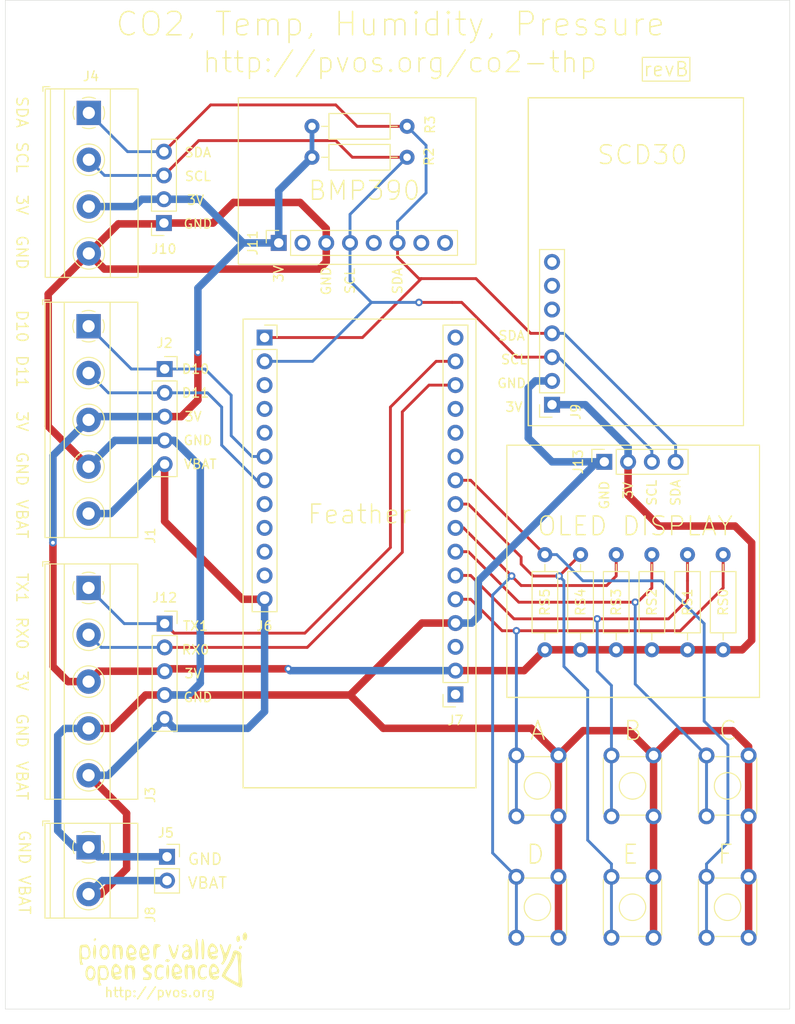
<source format=kicad_pcb>
(kicad_pcb (version 20171130) (host pcbnew 5.1.6-c6e7f7d~87~ubuntu18.04.1)

  (general
    (thickness 1.6)
    (drawings 82)
    (tracks 272)
    (zones 0)
    (modules 32)
    (nets 16)
  )

  (page A4)
  (layers
    (0 F.Cu signal)
    (31 B.Cu signal)
    (32 B.Adhes user)
    (33 F.Adhes user)
    (34 B.Paste user)
    (35 F.Paste user)
    (36 B.SilkS user)
    (37 F.SilkS user)
    (38 B.Mask user)
    (39 F.Mask user)
    (40 Dwgs.User user)
    (41 Cmts.User user)
    (42 Eco1.User user)
    (43 Eco2.User user)
    (44 Edge.Cuts user)
    (45 Margin user)
    (46 B.CrtYd user)
    (47 F.CrtYd user)
    (48 B.Fab user)
    (49 F.Fab user)
  )

  (setup
    (last_trace_width 0.3048)
    (user_trace_width 0.3048)
    (user_trace_width 0.4)
    (user_trace_width 0.508)
    (user_trace_width 0.8)
    (trace_clearance 0.2)
    (zone_clearance 0.508)
    (zone_45_only no)
    (trace_min 0.2)
    (via_size 0.8)
    (via_drill 0.4)
    (via_min_size 0.4)
    (via_min_drill 0.3)
    (uvia_size 0.3)
    (uvia_drill 0.1)
    (uvias_allowed no)
    (uvia_min_size 0.2)
    (uvia_min_drill 0.1)
    (edge_width 0.05)
    (segment_width 0.2)
    (pcb_text_width 0.3)
    (pcb_text_size 1.5 1.5)
    (mod_edge_width 0.12)
    (mod_text_size 1 1)
    (mod_text_width 0.15)
    (pad_size 1.524 1.524)
    (pad_drill 0.762)
    (pad_to_mask_clearance 0.05)
    (aux_axis_origin 0 0)
    (visible_elements FFFDFF7F)
    (pcbplotparams
      (layerselection 0x010fc_ffffffff)
      (usegerberextensions false)
      (usegerberattributes true)
      (usegerberadvancedattributes true)
      (creategerberjobfile true)
      (excludeedgelayer true)
      (linewidth 0.100000)
      (plotframeref false)
      (viasonmask false)
      (mode 1)
      (useauxorigin false)
      (hpglpennumber 1)
      (hpglpenspeed 20)
      (hpglpendiameter 15.000000)
      (psnegative false)
      (psa4output false)
      (plotreference true)
      (plotvalue true)
      (plotinvisibletext false)
      (padsonsilk false)
      (subtractmaskfromsilk false)
      (outputformat 1)
      (mirror false)
      (drillshape 0)
      (scaleselection 1)
      (outputdirectory "gerber/"))
  )

  (net 0 "")
  (net 1 +3V3)
  (net 2 GND)
  (net 3 SDA)
  (net 4 SCL)
  (net 5 VBAT)
  (net 6 D11)
  (net 7 D10)
  (net 8 RX0)
  (net 9 TX1)
  (net 10 A0)
  (net 11 A1)
  (net 12 A2)
  (net 13 A3)
  (net 14 A4)
  (net 15 A5)

  (net_class Default "This is the default net class."
    (clearance 0.2)
    (trace_width 0.25)
    (via_dia 0.8)
    (via_drill 0.4)
    (uvia_dia 0.3)
    (uvia_drill 0.1)
    (add_net +3V3)
    (add_net A0)
    (add_net A1)
    (add_net A2)
    (add_net A3)
    (add_net A4)
    (add_net A5)
    (add_net D10)
    (add_net D11)
    (add_net GND)
    (add_net "Net-(J11-Pad2)")
    (add_net "Net-(J11-Pad5)")
    (add_net "Net-(J11-Pad7)")
    (add_net "Net-(J11-Pad8)")
    (add_net "Net-(J6-Pad10)")
    (add_net "Net-(J6-Pad11)")
    (add_net "Net-(J6-Pad3)")
    (add_net "Net-(J6-Pad4)")
    (add_net "Net-(J6-Pad5)")
    (add_net "Net-(J6-Pad8)")
    (add_net "Net-(J6-Pad9)")
    (add_net "Net-(J7-Pad1)")
    (add_net "Net-(J7-Pad11)")
    (add_net "Net-(J7-Pad12)")
    (add_net "Net-(J7-Pad13)")
    (add_net "Net-(J7-Pad16)")
    (add_net "Net-(J7-Pad3)")
    (add_net "Net-(J9-Pad5)")
    (add_net "Net-(J9-Pad6)")
    (add_net "Net-(J9-Pad7)")
    (add_net RX0)
    (add_net SCL)
    (add_net SDA)
    (add_net TX1)
    (add_net VBAT)
  )

  (module kicad:pvos15 (layer F.Cu) (tedit 5FB464C6) (tstamp 5FB4A29B)
    (at 90.17 161.544)
    (fp_text reference G*** (at -0.62 -4.33) (layer F.SilkS) hide
      (effects (font (size 1.524 1.524) (thickness 0.3)))
    )
    (fp_text value LOGO (at 1.4 -3.19) (layer F.SilkS) hide
      (effects (font (size 1.524 1.524) (thickness 0.3)))
    )
    (fp_poly (pts (xy -7.301589 0.887886) (xy -7.145159 1.301509) (xy -7.126583 1.540611) (xy -7.220347 2.006262)
      (xy -7.457831 2.275091) (xy -7.773319 2.301744) (xy -8.008277 2.149138) (xy -8.191956 1.779343)
      (xy -8.20113 1.445893) (xy -7.993622 1.445893) (xy -7.960144 1.807912) (xy -7.802537 2.05507)
      (xy -7.578483 2.044981) (xy -7.387219 1.79594) (xy -7.35565 1.696479) (xy -7.331388 1.246145)
      (xy -7.515877 0.998588) (xy -7.686941 0.963924) (xy -7.899014 1.101775) (xy -7.993622 1.445893)
      (xy -8.20113 1.445893) (xy -8.204742 1.314642) (xy -8.057729 0.903584) (xy -7.903666 0.74832)
      (xy -7.572518 0.685042) (xy -7.301589 0.887886)) (layer F.SilkS) (width 0.01))
    (fp_poly (pts (xy 0.674944 0.692494) (xy 0.729178 1.050765) (xy 0.736582 1.326715) (xy 0.707984 1.788337)
      (xy 0.63478 2.083027) (xy 0.575822 2.14) (xy 0.479419 1.996432) (xy 0.422037 1.633685)
      (xy 0.415063 1.42607) (xy 0.448358 0.971727) (xy 0.532203 0.666617) (xy 0.575822 0.612785)
      (xy 0.674944 0.692494)) (layer F.SilkS) (width 0.01))
    (fp_poly (pts (xy 3.31 0.69) (xy 3.36 0.78) (xy 3.47 0.96) (xy 3.504975 1.233515)
      (xy 3.507949 1.659823) (xy 3.459646 2.004162) (xy 3.359446 2.150514) (xy 3.355949 2.150633)
      (xy 3.23 2.15) (xy 3.196325 1.663151) (xy 3.19519 1.597463) (xy 3.157193 1.200458)
      (xy 3.1 0.95) (xy 3.015638 0.902674) (xy 2.844363 0.877326) (xy 2.72 1.02)
      (xy 2.71302 1.738335) (xy 2.712911 1.761883) (xy 2.73 2.15) (xy 2.552152 2.150633)
      (xy 2.459524 2.006247) (xy 2.401426 1.637918) (xy 2.391392 1.365577) (xy 2.408736 0.88832)
      (xy 2.488638 0.640547) (xy 2.672899 0.530894) (xy 2.78 0.73) (xy 2.99 0.64)) (layer F.SilkS) (width 0.01))
    (fp_poly (pts (xy -3.097949 0.710177) (xy -3.047949 0.800177) (xy -2.937949 0.980177) (xy -2.902974 1.253692)
      (xy -2.9 1.68) (xy -2.948303 2.024339) (xy -3.048503 2.170691) (xy -3.052 2.17081)
      (xy -3.177949 2.170177) (xy -3.211624 1.683328) (xy -3.212759 1.61764) (xy -3.250756 1.220635)
      (xy -3.307949 0.970177) (xy -3.392311 0.922851) (xy -3.563586 0.897503) (xy -3.687949 1.040177)
      (xy -3.694929 1.758512) (xy -3.695038 1.78206) (xy -3.677949 2.170177) (xy -3.855797 2.17081)
      (xy -3.948425 2.026424) (xy -4.006523 1.658095) (xy -4.016557 1.385754) (xy -3.999213 0.908497)
      (xy -3.919311 0.660724) (xy -3.73505 0.551071) (xy -3.627949 0.750177) (xy -3.417949 0.660177)) (layer F.SilkS) (width 0.01))
    (fp_poly (pts (xy -4.41 -1.46) (xy -4.36 -1.37) (xy -4.25 -1.19) (xy -4.215025 -0.916485)
      (xy -4.212051 -0.490177) (xy -4.260354 -0.145838) (xy -4.360554 0.000514) (xy -4.364051 0.000633)
      (xy -4.49 0) (xy -4.523675 -0.486849) (xy -4.52481 -0.552537) (xy -4.562807 -0.949542)
      (xy -4.62 -1.2) (xy -4.704362 -1.247326) (xy -4.875637 -1.272674) (xy -5 -1.13)
      (xy -5.00698 -0.411665) (xy -5.007089 -0.388117) (xy -4.99 0) (xy -5.167848 0.000633)
      (xy -5.260476 -0.143753) (xy -5.318574 -0.512082) (xy -5.328608 -0.784423) (xy -5.311264 -1.26168)
      (xy -5.231362 -1.509453) (xy -5.047101 -1.619106) (xy -4.94 -1.42) (xy -4.73 -1.51)) (layer F.SilkS) (width 0.01))
    (fp_poly (pts (xy 8.901768 -2.846878) (xy 9.043091 -2.658645) (xy 9.082911 -2.411392) (xy 9.00671 -2.090367)
      (xy 8.836462 -1.967649) (xy 8.659696 -2.090681) (xy 8.625485 -2.163458) (xy 8.589165 -2.494498)
      (xy 8.691837 -2.765544) (xy 8.883133 -2.852002) (xy 8.901768 -2.846878)) (layer F.SilkS) (width 0.01))
    (fp_poly (pts (xy -7.075261 -2.126254) (xy -7.073418 -2.089873) (xy -7.197002 -1.935291) (xy -7.243665 -1.929114)
      (xy -7.339676 -2.027601) (xy -7.314557 -2.089873) (xy -7.170098 -2.243235) (xy -7.14431 -2.250633)
      (xy -7.075261 -2.126254)) (layer F.SilkS) (width 0.01))
    (fp_poly (pts (xy 8.29519 -2.347088) (xy 8.302034 -2.025697) (xy 8.22535 -1.891426) (xy 8.050126 -1.824771)
      (xy 7.941519 -1.993417) (xy 7.934674 -2.314808) (xy 8.011358 -2.44908) (xy 8.186582 -2.515735)
      (xy 8.29519 -2.347088)) (layer F.SilkS) (width 0.01))
    (fp_poly (pts (xy 8.515651 -1.331454) (xy 8.520253 -1.295563) (xy 8.403397 -1.077841) (xy 8.359493 -1.044936)
      (xy 8.221867 -1.08138) (xy 8.198734 -1.196208) (xy 8.282666 -1.416162) (xy 8.359493 -1.446835)
      (xy 8.515651 -1.331454)) (layer F.SilkS) (width 0.01))
    (fp_poly (pts (xy 4.423478 -1.969398) (xy 4.481536 -1.543131) (xy 4.501265 -1.035449) (xy 4.478364 -0.493158)
      (xy 4.44 0) (xy 4.340506 0) (xy 4.25 0) (xy 4.201296 -0.548129)
      (xy 4.17975 -1.127346) (xy 4.179746 -1.134804) (xy 4.200376 -1.753587) (xy 4.259377 -2.104955)
      (xy 4.340506 -2.170253) (xy 4.423478 -1.969398)) (layer F.SilkS) (width 0.01))
    (fp_poly (pts (xy 3.78044 -1.969398) (xy 3.838498 -1.543131) (xy 3.858227 -1.035449) (xy 3.835326 -0.493158)
      (xy 3.8 0.01) (xy 3.697468 0) (xy 3.62 0.01) (xy 3.558258 -0.548129)
      (xy 3.536712 -1.127346) (xy 3.536708 -1.134804) (xy 3.557338 -1.753587) (xy 3.616339 -2.104955)
      (xy 3.697468 -2.170253) (xy 3.78044 -1.969398)) (layer F.SilkS) (width 0.01))
    (fp_poly (pts (xy 1.711274 -1.557502) (xy 1.735985 -1.353305) (xy 1.671588 -0.9794) (xy 1.551764 -0.55234)
      (xy 1.410192 -0.188677) (xy 1.280552 -0.004963) (xy 1.261204 0) (xy 1.104834 -0.132829)
      (xy 0.961861 -0.408988) (xy 0.762691 -0.994781) (xy 0.675608 -1.393721) (xy 0.707953 -1.562623)
      (xy 0.767983 -1.549349) (xy 0.922551 -1.328292) (xy 1.045649 -0.96131) (xy 1.168137 -0.623135)
      (xy 1.305987 -0.59801) (xy 1.442243 -0.879096) (xy 1.507567 -1.147648) (xy 1.602877 -1.464988)
      (xy 1.700751 -1.565031) (xy 1.711274 -1.557502)) (layer F.SilkS) (width 0.01))
    (fp_poly (pts (xy -0.260542 -1.552565) (xy -0.16076 -1.446835) (xy -0.290968 -1.304213) (xy -0.401899 -1.286076)
      (xy -0.569571 -1.179893) (xy -0.638662 -0.827906) (xy -0.643038 -0.643038) (xy -0.678693 -0.240366)
      (xy -0.767762 -0.016397) (xy -0.803798 0) (xy -0.895502 -0.144582) (xy -0.953709 -0.514257)
      (xy -0.964557 -0.803797) (xy -0.951527 -1.280843) (xy -0.885028 -1.51883) (xy -0.72395 -1.59998)
      (xy -0.562659 -1.607595) (xy -0.260542 -1.552565)) (layer F.SilkS) (width 0.01))
    (fp_poly (pts (xy -7.135056 -1.447506) (xy -7.080822 -1.089235) (xy -7.073418 -0.813285) (xy -7.102016 -0.351663)
      (xy -7.17522 -0.056973) (xy -7.234178 0) (xy -7.330581 -0.143568) (xy -7.387963 -0.506315)
      (xy -7.394937 -0.71393) (xy -7.361642 -1.168273) (xy -7.277797 -1.473383) (xy -7.234178 -1.527215)
      (xy -7.135056 -1.447506)) (layer F.SilkS) (width 0.01))
    (fp_poly (pts (xy 2.757308 -1.552038) (xy 3.029922 -1.328866) (xy 3.048774 -1.296644) (xy 3.17351 -0.902457)
      (xy 3.21519 -0.511588) (xy 3.154038 -0.148392) (xy 2.919857 0.014934) (xy 2.823683 0.03736)
      (xy 2.44879 0.052707) (xy 2.24696 -0.00227) (xy 2.094956 -0.25089) (xy 2.120867 -0.442057)
      (xy 2.289475 -0.442057) (xy 2.336257 -0.313033) (xy 2.54232 -0.194469) (xy 2.763034 -0.314632)
      (xy 2.865268 -0.53579) (xy 2.79822 -0.764714) (xy 2.673806 -0.803797) (xy 2.381639 -0.693429)
      (xy 2.289475 -0.442057) (xy 2.120867 -0.442057) (xy 2.139515 -0.579635) (xy 2.339118 -0.852548)
      (xy 2.531962 -0.935548) (xy 2.839008 -1.044668) (xy 2.859147 -1.233666) (xy 2.580853 -1.386335)
      (xy 2.42 -1.33) (xy 2.23 -1.2) (xy 2.170253 -1.446835) (xy 2.422112 -1.599676)
      (xy 2.757308 -1.552038)) (layer F.SilkS) (width 0.01))
    (fp_poly (pts (xy -5.801589 -1.362114) (xy -5.645159 -0.948491) (xy -5.626583 -0.709389) (xy -5.720347 -0.243738)
      (xy -5.957831 0.025091) (xy -6.273319 0.051744) (xy -6.508277 -0.100862) (xy -6.691956 -0.470657)
      (xy -6.70113 -0.804107) (xy -6.493622 -0.804107) (xy -6.460144 -0.442088) (xy -6.302537 -0.19493)
      (xy -6.078483 -0.205019) (xy -5.887219 -0.45406) (xy -5.85565 -0.553521) (xy -5.831388 -1.003855)
      (xy -6.015877 -1.251412) (xy -6.186941 -1.286076) (xy -6.399014 -1.148225) (xy -6.493622 -0.804107)
      (xy -6.70113 -0.804107) (xy -6.704742 -0.935358) (xy -6.557729 -1.346416) (xy -6.403666 -1.50168)
      (xy -6.072518 -1.564958) (xy -5.801589 -1.362114)) (layer F.SilkS) (width 0.01))
    (fp_poly (pts (xy 0.776592 0.086806) (xy 0.803797 0.16076) (xy 0.673589 0.303382) (xy 0.562658 0.321519)
      (xy 0.348724 0.234714) (xy 0.321519 0.16076) (xy 0.451727 0.018137) (xy 0.562658 0)
      (xy 0.776592 0.086806)) (layer F.SilkS) (width 0.01))
    (fp_poly (pts (xy 7.346773 -1.583308) (xy 7.369996 -1.470062) (xy 7.305288 -1.207281) (xy 7.141318 -0.734388)
      (xy 7.023671 -0.414022) (xy 6.803378 0.096299) (xy 6.58238 0.471503) (xy 6.430379 0.616868)
      (xy 6.38 0.56) (xy 6.29 0.47) (xy 6.37 0.4) (xy 6.529572 0.127626)
      (xy 6.49416 -0.331269) (xy 6.301493 -0.999171) (xy 6.160574 -1.383188) (xy 6.170674 -1.57953)
      (xy 6.239647 -1.607595) (xy 6.385766 -1.468862) (xy 6.50877 -1.134246) (xy 6.510759 -1.125316)
      (xy 6.623683 -0.787934) (xy 6.74915 -0.643135) (xy 6.751898 -0.643038) (xy 6.876901 -0.78151)
      (xy 6.990874 -1.115591) (xy 6.993038 -1.125316) (xy 7.10969 -1.462814) (xy 7.244053 -1.607504)
      (xy 7.24695 -1.607595) (xy 7.346773 -1.583308)) (layer F.SilkS) (width 0.01))
    (fp_poly (pts (xy 4.77 0.69) (xy 4.74 0.91) (xy 4.39 0.83) (xy 4.17 0.96)
      (xy 4.07 1.24) (xy 4.040429 1.655625) (xy 4.137033 1.894684) (xy 4.4 1.98)
      (xy 4.54 1.88) (xy 4.73967 1.835156) (xy 4.76267 1.959304) (xy 4.549945 2.170466)
      (xy 4.204053 2.179482) (xy 4.012384 2.093816) (xy 3.839075 1.817754) (xy 3.793016 1.390301)
      (xy 3.873009 0.954808) (xy 4.024032 0.699856) (xy 4.339124 0.546443) (xy 4.533104 0.563951)) (layer F.SilkS) (width 0.01))
    (fp_poly (pts (xy -1.12 0.75) (xy -1.19 1) (xy -1.43 0.85) (xy -1.65 0.89)
      (xy -1.74 1.05) (xy -1.66 1.24) (xy -1.29 1.43) (xy -1.12 1.59)
      (xy -1.14 1.81) (xy -1.25 2.16) (xy -1.51 2.23) (xy -1.85 2.21)
      (xy -2.06 2.2) (xy -1.99 1.92) (xy -1.76 1.98) (xy -1.49 1.96)
      (xy -1.41 1.79) (xy -1.55 1.61) (xy -1.78 1.51) (xy -1.98 1.33)
      (xy -2.05 1.09) (xy -2.03 0.89) (xy -1.731443 0.625729) (xy -1.419686 0.572326)
      (xy -1.190822 0.708531)) (layer F.SilkS) (width 0.01))
    (fp_poly (pts (xy -4.712684 0.613047) (xy -4.471467 0.914284) (xy -4.343504 1.249388) (xy -4.340507 1.297559)
      (xy -4.438438 1.54036) (xy -4.751893 1.607595) (xy -5.030384 1.659861) (xy -5.059883 1.774894)
      (xy -4.844249 1.867113) (xy -4.629477 1.838404) (xy -4.388689 1.812804) (xy -4.374269 1.952434)
      (xy -4.586314 2.163006) (xy -4.930368 2.21195) (xy -5.250023 2.079733) (xy -5.266751 2.063882)
      (xy -5.43411 1.730543) (xy -5.458944 1.295831) (xy -5.420294 1.125317) (xy -5.212152 1.157659)
      (xy -5.147848 1.462342) (xy -4.91 1.41) (xy -4.59 1.33) (xy -4.62 1.02)
      (xy -4.9 0.82) (xy -5.11 0.9) (xy -5.21 1.18) (xy -5.24 1.17)
      (xy -5.420294 1.125317) (xy -5.362545 0.870552) (xy -5.1662 0.565513) (xy -4.962876 0.482279)
      (xy -4.712684 0.613047)) (layer F.SilkS) (width 0.01))
    (fp_poly (pts (xy -5.995165 0.747669) (xy -5.818751 1.033224) (xy -5.707944 1.476525) (xy -5.763192 1.888881)
      (xy -5.950905 2.177325) (xy -6.237495 2.248891) (xy -6.256368 2.24445) (xy -6.656368 2.16445)
      (xy -6.636368 2.49445) (xy -6.492881 2.788793) (xy -6.690513 2.817823) (xy -6.78497 2.840714)
      (xy -6.84782 2.626526) (xy -6.891437 2.190681) (xy -6.90554 1.699975) (xy -6.900431 1.43022)
      (xy -6.686368 1.41445) (xy -6.596368 1.95445) (xy -6.448868 2.03945) (xy -6.103868 2.06945)
      (xy -5.896368 1.78445) (xy -5.956368 1.14445) (xy -6.152215 0.953357) (xy -6.346368 0.92445)
      (xy -6.61 0.96) (xy -6.686368 1.41445) (xy -6.900431 1.43022) (xy -6.894995 1.143294)
      (xy -6.848235 0.835997) (xy -6.742569 0.706231) (xy -6.584021 0.681831) (xy -6.259803 0.665586)
      (xy -6.141932 0.646161) (xy -5.995165 0.747669)) (layer F.SilkS) (width 0.01))
    (fp_poly (pts (xy 8.152827 -0.82763) (xy 8.213772 -0.795749) (xy 8.403537 -0.642486) (xy 8.471266 -0.391675)
      (xy 8.441106 0.058786) (xy 8.432375 0.128618) (xy 8.403043 0.747552) (xy 8.438803 1.457828)
      (xy 8.478876 1.776202) (xy 8.562857 2.483055) (xy 8.539012 2.901891) (xy 8.406229 3.047989)
      (xy 8.386287 3.04815) (xy 8.200915 2.971743) (xy 7.821056 2.778141) (xy 7.358578 2.525682)
      (xy 6.875009 2.234464) (xy 6.516194 1.980874) (xy 6.366996 1.829704) (xy 6.389684 1.725458)
      (xy 6.751898 1.725458) (xy 6.880312 1.857787) (xy 7.200868 2.072335) (xy 7.616536 2.310771)
      (xy 8.030286 2.514764) (xy 8.143729 2.56218) (xy 8.150266 2.417594) (xy 8.147147 2.020696)
      (xy 8.135247 1.440523) (xy 8.124426 1.039032) (xy 8.086204 0.179817) (xy 8.030494 -0.360802)
      (xy 7.956616 -0.585311) (xy 7.863893 -0.496192) (xy 7.780324 -0.219918) (xy 7.620841 0.191505)
      (xy 7.348145 0.697307) (xy 7.209842 0.913142) (xy 6.946232 1.325724) (xy 6.780699 1.634341)
      (xy 6.751898 1.725458) (xy 6.389684 1.725458) (xy 6.414784 1.610137) (xy 6.612325 1.230696)
      (xy 6.82835 0.901081) (xy 7.150655 0.373929) (xy 7.391555 -0.153689) (xy 7.465508 -0.406155)
      (xy 7.589683 -0.819556) (xy 7.795557 -0.947952) (xy 8.152827 -0.82763)) (layer F.SilkS) (width 0.01))
    (fp_poly (pts (xy -7.945165 -1.462331) (xy -7.768751 -1.176776) (xy -7.657944 -0.733475) (xy -7.713192 -0.321119)
      (xy -7.900905 -0.032675) (xy -8.187495 0.038891) (xy -8.206368 0.03445) (xy -8.606368 -0.04555)
      (xy -8.586368 0.28445) (xy -8.442881 0.578793) (xy -8.640513 0.607823) (xy -8.73497 0.630714)
      (xy -8.79782 0.416526) (xy -8.841437 -0.019319) (xy -8.85554 -0.510025) (xy -8.850431 -0.77978)
      (xy -8.636368 -0.79555) (xy -8.546368 -0.25555) (xy -8.398868 -0.17055) (xy -8.053868 -0.14055)
      (xy -7.846368 -0.42555) (xy -7.906368 -1.06555) (xy -8.102215 -1.256643) (xy -8.296368 -1.28555)
      (xy -8.56 -1.25) (xy -8.636368 -0.79555) (xy -8.850431 -0.77978) (xy -8.844995 -1.066706)
      (xy -8.798235 -1.374003) (xy -8.692569 -1.503769) (xy -8.534021 -1.528169) (xy -8.209803 -1.544414)
      (xy -8.091932 -1.563839) (xy -7.945165 -1.462331)) (layer F.SilkS) (width 0.01))
    (fp_poly (pts (xy -3.112684 -1.446953) (xy -2.871467 -1.145716) (xy -2.743504 -0.810612) (xy -2.740507 -0.762441)
      (xy -2.838438 -0.51964) (xy -3.151893 -0.452405) (xy -3.430384 -0.400139) (xy -3.459883 -0.285106)
      (xy -3.244249 -0.192887) (xy -3.029477 -0.221596) (xy -2.788689 -0.247196) (xy -2.774269 -0.107566)
      (xy -2.986314 0.103006) (xy -3.330368 0.15195) (xy -3.650023 0.019733) (xy -3.666751 0.003882)
      (xy -3.83411 -0.329457) (xy -3.858944 -0.764169) (xy -3.820294 -0.934683) (xy -3.612152 -0.902341)
      (xy -3.547848 -0.597658) (xy -3.31 -0.65) (xy -2.99 -0.73) (xy -3.02 -1.04)
      (xy -3.3 -1.24) (xy -3.51 -1.16) (xy -3.61 -0.88) (xy -3.64 -0.89)
      (xy -3.820294 -0.934683) (xy -3.762545 -1.189448) (xy -3.5662 -1.494487) (xy -3.362876 -1.577721)
      (xy -3.112684 -1.446953)) (layer F.SilkS) (width 0.01))
    (fp_poly (pts (xy -1.712684 -1.426953) (xy -1.471467 -1.125716) (xy -1.343504 -0.790612) (xy -1.340507 -0.742441)
      (xy -1.438438 -0.49964) (xy -1.751893 -0.432405) (xy -2.030384 -0.380139) (xy -2.059883 -0.265106)
      (xy -1.844249 -0.172887) (xy -1.629477 -0.201596) (xy -1.388689 -0.227196) (xy -1.374269 -0.087566)
      (xy -1.586314 0.123006) (xy -1.930368 0.17195) (xy -2.250023 0.039733) (xy -2.266751 0.023882)
      (xy -2.43411 -0.309457) (xy -2.458944 -0.744169) (xy -2.420294 -0.914683) (xy -2.212152 -0.882341)
      (xy -2.147848 -0.577658) (xy -1.91 -0.63) (xy -1.59 -0.71) (xy -1.62 -1.02)
      (xy -1.9 -1.22) (xy -2.11 -1.14) (xy -2.21 -0.86) (xy -2.24 -0.87)
      (xy -2.420294 -0.914683) (xy -2.362545 -1.169448) (xy -2.1662 -1.474487) (xy -1.962876 -1.557721)
      (xy -1.712684 -1.426953)) (layer F.SilkS) (width 0.01))
    (fp_poly (pts (xy 1.747316 0.593047) (xy 1.988533 0.894284) (xy 2.116496 1.229388) (xy 2.119493 1.277559)
      (xy 2.021562 1.52036) (xy 1.708107 1.587595) (xy 1.429616 1.639861) (xy 1.400117 1.754894)
      (xy 1.615751 1.847113) (xy 1.830523 1.818404) (xy 2.071311 1.792804) (xy 2.085731 1.932434)
      (xy 1.873686 2.143006) (xy 1.529632 2.19195) (xy 1.209977 2.059733) (xy 1.193249 2.043882)
      (xy 1.02589 1.710543) (xy 1.001056 1.275831) (xy 1.039706 1.105317) (xy 1.247848 1.137659)
      (xy 1.312152 1.442342) (xy 1.55 1.39) (xy 1.87 1.31) (xy 1.84 1)
      (xy 1.56 0.8) (xy 1.35 0.88) (xy 1.25 1.16) (xy 1.22 1.15)
      (xy 1.039706 1.105317) (xy 1.097455 0.850552) (xy 1.2938 0.545513) (xy 1.497124 0.462279)
      (xy 1.747316 0.593047)) (layer F.SilkS) (width 0.01))
    (fp_poly (pts (xy 5.727316 0.603047) (xy 5.968533 0.904284) (xy 6.096496 1.239388) (xy 6.099493 1.287559)
      (xy 6.001562 1.53036) (xy 5.688107 1.597595) (xy 5.409616 1.649861) (xy 5.380117 1.764894)
      (xy 5.595751 1.857113) (xy 5.810523 1.828404) (xy 6.051311 1.802804) (xy 6.065731 1.942434)
      (xy 5.853686 2.153006) (xy 5.509632 2.20195) (xy 5.189977 2.069733) (xy 5.173249 2.053882)
      (xy 5.00589 1.720543) (xy 4.981056 1.285831) (xy 5.019706 1.115317) (xy 5.227848 1.147659)
      (xy 5.292152 1.452342) (xy 5.53 1.4) (xy 5.85 1.32) (xy 5.82 1.01)
      (xy 5.54 0.81) (xy 5.33 0.89) (xy 5.23 1.17) (xy 5.2 1.16)
      (xy 5.019706 1.115317) (xy 5.077455 0.860552) (xy 5.2738 0.555513) (xy 5.477124 0.472279)
      (xy 5.727316 0.603047)) (layer F.SilkS) (width 0.01))
    (fp_poly (pts (xy 5.587316 -1.556953) (xy 5.828533 -1.255716) (xy 5.956496 -0.920612) (xy 5.959493 -0.872441)
      (xy 5.861562 -0.62964) (xy 5.548107 -0.562405) (xy 5.269616 -0.510139) (xy 5.240117 -0.395106)
      (xy 5.455751 -0.302887) (xy 5.670523 -0.331596) (xy 5.911311 -0.357196) (xy 5.925731 -0.217566)
      (xy 5.713686 -0.006994) (xy 5.369632 0.04195) (xy 5.049977 -0.090267) (xy 5.033249 -0.106118)
      (xy 4.86589 -0.439457) (xy 4.841056 -0.874169) (xy 4.879706 -1.044683) (xy 5.087848 -1.012341)
      (xy 5.152152 -0.707658) (xy 5.39 -0.76) (xy 5.71 -0.84) (xy 5.68 -1.15)
      (xy 5.4 -1.35) (xy 5.19 -1.27) (xy 5.09 -0.99) (xy 5.06 -1)
      (xy 4.879706 -1.044683) (xy 4.937455 -1.299448) (xy 5.1338 -1.604487) (xy 5.337124 -1.687721)
      (xy 5.587316 -1.556953)) (layer F.SilkS) (width 0.01))
    (fp_poly (pts (xy 0.14 0.71) (xy 0.11 0.93) (xy -0.24 0.85) (xy -0.46 0.98)
      (xy -0.56 1.26) (xy -0.589571 1.675625) (xy -0.492967 1.914684) (xy -0.23 2)
      (xy -0.09 1.9) (xy 0.10967 1.855156) (xy 0.13267 1.979304) (xy -0.080055 2.190466)
      (xy -0.425947 2.199482) (xy -0.617616 2.113816) (xy -0.790925 1.837754) (xy -0.836984 1.410301)
      (xy -0.756991 0.974808) (xy -0.605968 0.719856) (xy -0.290876 0.566443) (xy -0.096896 0.583951)) (layer F.SilkS) (width 0.01))
  )

  (module Resistor_THT:R_Axial_DIN0207_L6.3mm_D2.5mm_P10.16mm_Horizontal (layer F.Cu) (tedit 5AE5139B) (tstamp 5FB49489)
    (at 138.684 128.524 90)
    (descr "Resistor, Axial_DIN0207 series, Axial, Horizontal, pin pitch=10.16mm, 0.25W = 1/4W, length*diameter=6.3*2.5mm^2, http://cdn-reichelt.de/documents/datenblatt/B400/1_4W%23YAG.pdf")
    (tags "Resistor Axial_DIN0207 series Axial Horizontal pin pitch 10.16mm 0.25W = 1/4W length 6.3mm diameter 2.5mm")
    (path /5FBA49AD)
    (fp_text reference RS3 (at 5.08 0 90) (layer F.SilkS)
      (effects (font (size 1 1) (thickness 0.15)))
    )
    (fp_text value 10K (at 5.08 2.37 90) (layer F.Fab)
      (effects (font (size 1 1) (thickness 0.15)))
    )
    (fp_text user %R (at 5.08 0 90) (layer F.Fab)
      (effects (font (size 1 1) (thickness 0.15)))
    )
    (fp_line (start 1.93 -1.25) (end 1.93 1.25) (layer F.Fab) (width 0.1))
    (fp_line (start 1.93 1.25) (end 8.23 1.25) (layer F.Fab) (width 0.1))
    (fp_line (start 8.23 1.25) (end 8.23 -1.25) (layer F.Fab) (width 0.1))
    (fp_line (start 8.23 -1.25) (end 1.93 -1.25) (layer F.Fab) (width 0.1))
    (fp_line (start 0 0) (end 1.93 0) (layer F.Fab) (width 0.1))
    (fp_line (start 10.16 0) (end 8.23 0) (layer F.Fab) (width 0.1))
    (fp_line (start 1.81 -1.37) (end 1.81 1.37) (layer F.SilkS) (width 0.12))
    (fp_line (start 1.81 1.37) (end 8.35 1.37) (layer F.SilkS) (width 0.12))
    (fp_line (start 8.35 1.37) (end 8.35 -1.37) (layer F.SilkS) (width 0.12))
    (fp_line (start 8.35 -1.37) (end 1.81 -1.37) (layer F.SilkS) (width 0.12))
    (fp_line (start 1.04 0) (end 1.81 0) (layer F.SilkS) (width 0.12))
    (fp_line (start 9.12 0) (end 8.35 0) (layer F.SilkS) (width 0.12))
    (fp_line (start -1.05 -1.5) (end -1.05 1.5) (layer F.CrtYd) (width 0.05))
    (fp_line (start -1.05 1.5) (end 11.21 1.5) (layer F.CrtYd) (width 0.05))
    (fp_line (start 11.21 1.5) (end 11.21 -1.5) (layer F.CrtYd) (width 0.05))
    (fp_line (start 11.21 -1.5) (end -1.05 -1.5) (layer F.CrtYd) (width 0.05))
    (pad 2 thru_hole oval (at 10.16 0 90) (size 1.6 1.6) (drill 0.8) (layers *.Cu *.Mask)
      (net 13 A3))
    (pad 1 thru_hole circle (at 0 0 90) (size 1.6 1.6) (drill 0.8) (layers *.Cu *.Mask)
      (net 1 +3V3))
    (model ${KISYS3DMOD}/Resistor_THT.3dshapes/R_Axial_DIN0207_L6.3mm_D2.5mm_P10.16mm_Horizontal.wrl
      (at (xyz 0 0 0))
      (scale (xyz 1 1 1))
      (rotate (xyz 0 0 0))
    )
  )

  (module Connector_PinSocket_2.54mm:PinSocket_1x02_P2.54mm_Vertical (layer F.Cu) (tedit 5A19A420) (tstamp 5FAEB0FE)
    (at 90.678 150.622)
    (descr "Through hole straight socket strip, 1x02, 2.54mm pitch, single row (from Kicad 4.0.7), script generated")
    (tags "Through hole socket strip THT 1x02 2.54mm single row")
    (path /5F909BB4)
    (fp_text reference J5 (at -0.126 -2.555) (layer F.SilkS)
      (effects (font (size 1 1) (thickness 0.15)))
    )
    (fp_text value Conn_01x02_Female (at 0 5.31) (layer F.Fab) hide
      (effects (font (size 1 1) (thickness 0.15)))
    )
    (fp_line (start -1.27 -1.27) (end 0.635 -1.27) (layer F.Fab) (width 0.1))
    (fp_line (start 0.635 -1.27) (end 1.27 -0.635) (layer F.Fab) (width 0.1))
    (fp_line (start 1.27 -0.635) (end 1.27 3.81) (layer F.Fab) (width 0.1))
    (fp_line (start 1.27 3.81) (end -1.27 3.81) (layer F.Fab) (width 0.1))
    (fp_line (start -1.27 3.81) (end -1.27 -1.27) (layer F.Fab) (width 0.1))
    (fp_line (start -1.33 1.27) (end 1.33 1.27) (layer F.SilkS) (width 0.12))
    (fp_line (start -1.33 1.27) (end -1.33 3.87) (layer F.SilkS) (width 0.12))
    (fp_line (start -1.33 3.87) (end 1.33 3.87) (layer F.SilkS) (width 0.12))
    (fp_line (start 1.33 1.27) (end 1.33 3.87) (layer F.SilkS) (width 0.12))
    (fp_line (start 1.33 -1.33) (end 1.33 0) (layer F.SilkS) (width 0.12))
    (fp_line (start 0 -1.33) (end 1.33 -1.33) (layer F.SilkS) (width 0.12))
    (fp_line (start -1.8 -1.8) (end 1.75 -1.8) (layer F.CrtYd) (width 0.05))
    (fp_line (start 1.75 -1.8) (end 1.75 4.3) (layer F.CrtYd) (width 0.05))
    (fp_line (start 1.75 4.3) (end -1.8 4.3) (layer F.CrtYd) (width 0.05))
    (fp_line (start -1.8 4.3) (end -1.8 -1.8) (layer F.CrtYd) (width 0.05))
    (fp_text user %R (at 0 1.27 90) (layer F.Fab)
      (effects (font (size 1 1) (thickness 0.15)))
    )
    (pad 2 thru_hole oval (at 0 2.54) (size 1.7 1.7) (drill 1) (layers *.Cu *.Mask)
      (net 5 VBAT))
    (pad 1 thru_hole rect (at 0 0) (size 1.7 1.7) (drill 1) (layers *.Cu *.Mask)
      (net 2 GND))
    (model ${KISYS3DMOD}/Connector_PinSocket_2.54mm.3dshapes/PinSocket_1x02_P2.54mm_Vertical.wrl
      (at (xyz 0 0 0))
      (scale (xyz 1 1 1))
      (rotate (xyz 0 0 0))
    )
  )

  (module Button_Switch_THT:SW_TH_Tactile_Omron_B3F-10xx (layer F.Cu) (tedit 5D84F0EF) (tstamp 5FB4777A)
    (at 128.016 146.304 90)
    (descr SW_TH_Tactile_Omron_B3F-10xx_https://www.omron.com/ecb/products/pdf/en-b3f.pdf)
    (tags "Omron B3F-10xx")
    (path /5FBA90A9)
    (fp_text reference SW0 (at 8.382 2.286 180) (layer F.SilkS) hide
      (effects (font (size 1 1) (thickness 0.15)))
    )
    (fp_text value SW_Push_Dual (at 3.2 6.5 90) (layer F.Fab)
      (effects (font (size 1 1) (thickness 0.15)))
    )
    (fp_text user %R (at 3.25 2.25 90) (layer F.Fab)
      (effects (font (size 1 1) (thickness 0.15)))
    )
    (fp_line (start 0.25 -0.75) (end 0.25 5.25) (layer F.Fab) (width 0.1))
    (fp_line (start 6.25 -0.75) (end 6.25 5.25) (layer F.Fab) (width 0.1))
    (fp_line (start 0.25 -0.75) (end 6.25 -0.75) (layer F.Fab) (width 0.1))
    (fp_line (start 7.6 5.6) (end 7.6 -1.1) (layer F.CrtYd) (width 0.05))
    (fp_line (start -1.1 5.6) (end 7.6 5.6) (layer F.CrtYd) (width 0.05))
    (fp_line (start -1.1 -1.1) (end -1.1 5.6) (layer F.CrtYd) (width 0.05))
    (fp_circle (center 3.25 2.25) (end 4.25 3.25) (layer F.SilkS) (width 0.12))
    (fp_line (start 0.28 5.37) (end 6.22 5.37) (layer F.SilkS) (width 0.12))
    (fp_line (start 0.28 -0.87) (end 6.22 -0.87) (layer F.SilkS) (width 0.12))
    (fp_line (start 0.13 3.59) (end 0.13 0.91) (layer F.SilkS) (width 0.12))
    (fp_line (start 6.37 0.91) (end 6.37 3.59) (layer F.SilkS) (width 0.12))
    (fp_line (start 0.25 5.25) (end 6.25 5.25) (layer F.Fab) (width 0.1))
    (fp_line (start -1.1 -1.1) (end 7.6 -1.1) (layer F.CrtYd) (width 0.05))
    (pad 1 thru_hole circle (at 0 0 90) (size 1.7 1.7) (drill 1) (layers *.Cu *.Mask)
      (net 10 A0))
    (pad 2 thru_hole circle (at 6.5 0 90) (size 1.7 1.7) (drill 1) (layers *.Cu *.Mask)
      (net 10 A0))
    (pad 3 thru_hole circle (at 0 4.5 90) (size 1.7 1.7) (drill 1) (layers *.Cu *.Mask)
      (net 2 GND))
    (pad 4 thru_hole circle (at 6.5 4.5 90) (size 1.7 1.7) (drill 1) (layers *.Cu *.Mask)
      (net 2 GND))
    (model ${KISYS3DMOD}/Button_Switch_THT.3dshapes/SW_TH_Tactile_Omron_B3F-10xx.wrl
      (at (xyz 0 0 0))
      (scale (xyz 1 1 1))
      (rotate (xyz 0 0 0))
    )
  )

  (module Button_Switch_THT:SW_TH_Tactile_Omron_B3F-10xx (layer F.Cu) (tedit 5D84F0EF) (tstamp 5FB48210)
    (at 138.176 146.304 90)
    (descr SW_TH_Tactile_Omron_B3F-10xx_https://www.omron.com/ecb/products/pdf/en-b3f.pdf)
    (tags "Omron B3F-10xx")
    (path /5FBA6963)
    (fp_text reference SW1 (at 8.382 2.286 180) (layer F.SilkS) hide
      (effects (font (size 1 1) (thickness 0.15)))
    )
    (fp_text value SW_Push_Dual (at 3.2 6.5 90) (layer F.Fab)
      (effects (font (size 1 1) (thickness 0.15)))
    )
    (fp_text user %R (at 3.25 2.25 90) (layer F.Fab)
      (effects (font (size 1 1) (thickness 0.15)))
    )
    (fp_line (start 0.25 -0.75) (end 0.25 5.25) (layer F.Fab) (width 0.1))
    (fp_line (start 6.25 -0.75) (end 6.25 5.25) (layer F.Fab) (width 0.1))
    (fp_line (start 0.25 -0.75) (end 6.25 -0.75) (layer F.Fab) (width 0.1))
    (fp_line (start 7.6 5.6) (end 7.6 -1.1) (layer F.CrtYd) (width 0.05))
    (fp_line (start -1.1 5.6) (end 7.6 5.6) (layer F.CrtYd) (width 0.05))
    (fp_line (start -1.1 -1.1) (end -1.1 5.6) (layer F.CrtYd) (width 0.05))
    (fp_circle (center 3.25 2.25) (end 4.25 3.25) (layer F.SilkS) (width 0.12))
    (fp_line (start 0.28 5.37) (end 6.22 5.37) (layer F.SilkS) (width 0.12))
    (fp_line (start 0.28 -0.87) (end 6.22 -0.87) (layer F.SilkS) (width 0.12))
    (fp_line (start 0.13 3.59) (end 0.13 0.91) (layer F.SilkS) (width 0.12))
    (fp_line (start 6.37 0.91) (end 6.37 3.59) (layer F.SilkS) (width 0.12))
    (fp_line (start 0.25 5.25) (end 6.25 5.25) (layer F.Fab) (width 0.1))
    (fp_line (start -1.1 -1.1) (end 7.6 -1.1) (layer F.CrtYd) (width 0.05))
    (pad 1 thru_hole circle (at 0 0 90) (size 1.7 1.7) (drill 1) (layers *.Cu *.Mask)
      (net 11 A1))
    (pad 2 thru_hole circle (at 6.5 0 90) (size 1.7 1.7) (drill 1) (layers *.Cu *.Mask)
      (net 11 A1))
    (pad 3 thru_hole circle (at 0 4.5 90) (size 1.7 1.7) (drill 1) (layers *.Cu *.Mask)
      (net 2 GND))
    (pad 4 thru_hole circle (at 6.5 4.5 90) (size 1.7 1.7) (drill 1) (layers *.Cu *.Mask)
      (net 2 GND))
    (model ${KISYS3DMOD}/Button_Switch_THT.3dshapes/SW_TH_Tactile_Omron_B3F-10xx.wrl
      (at (xyz 0 0 0))
      (scale (xyz 1 1 1))
      (rotate (xyz 0 0 0))
    )
  )

  (module Button_Switch_THT:SW_TH_Tactile_Omron_B3F-10xx (layer F.Cu) (tedit 5D84F0EF) (tstamp 5FB48767)
    (at 128.016 159.258 90)
    (descr SW_TH_Tactile_Omron_B3F-10xx_https://www.omron.com/ecb/products/pdf/en-b3f.pdf)
    (tags "Omron B3F-10xx")
    (path /5FBA499A)
    (fp_text reference SW3 (at 3.25 -2.05 90) (layer F.SilkS) hide
      (effects (font (size 1 1) (thickness 0.15)))
    )
    (fp_text value SW_Push_Dual (at 3.2 6.5 90) (layer F.Fab)
      (effects (font (size 1 1) (thickness 0.15)))
    )
    (fp_text user %R (at 3.25 2.25 90) (layer F.Fab)
      (effects (font (size 1 1) (thickness 0.15)))
    )
    (fp_line (start 0.25 -0.75) (end 0.25 5.25) (layer F.Fab) (width 0.1))
    (fp_line (start 6.25 -0.75) (end 6.25 5.25) (layer F.Fab) (width 0.1))
    (fp_line (start 0.25 -0.75) (end 6.25 -0.75) (layer F.Fab) (width 0.1))
    (fp_line (start 7.6 5.6) (end 7.6 -1.1) (layer F.CrtYd) (width 0.05))
    (fp_line (start -1.1 5.6) (end 7.6 5.6) (layer F.CrtYd) (width 0.05))
    (fp_line (start -1.1 -1.1) (end -1.1 5.6) (layer F.CrtYd) (width 0.05))
    (fp_circle (center 3.25 2.25) (end 4.25 3.25) (layer F.SilkS) (width 0.12))
    (fp_line (start 0.28 5.37) (end 6.22 5.37) (layer F.SilkS) (width 0.12))
    (fp_line (start 0.28 -0.87) (end 6.22 -0.87) (layer F.SilkS) (width 0.12))
    (fp_line (start 0.13 3.59) (end 0.13 0.91) (layer F.SilkS) (width 0.12))
    (fp_line (start 6.37 0.91) (end 6.37 3.59) (layer F.SilkS) (width 0.12))
    (fp_line (start 0.25 5.25) (end 6.25 5.25) (layer F.Fab) (width 0.1))
    (fp_line (start -1.1 -1.1) (end 7.6 -1.1) (layer F.CrtYd) (width 0.05))
    (pad 1 thru_hole circle (at 0 0 90) (size 1.7 1.7) (drill 1) (layers *.Cu *.Mask)
      (net 13 A3))
    (pad 2 thru_hole circle (at 6.5 0 90) (size 1.7 1.7) (drill 1) (layers *.Cu *.Mask)
      (net 13 A3))
    (pad 3 thru_hole circle (at 0 4.5 90) (size 1.7 1.7) (drill 1) (layers *.Cu *.Mask)
      (net 2 GND))
    (pad 4 thru_hole circle (at 6.5 4.5 90) (size 1.7 1.7) (drill 1) (layers *.Cu *.Mask)
      (net 2 GND))
    (model ${KISYS3DMOD}/Button_Switch_THT.3dshapes/SW_TH_Tactile_Omron_B3F-10xx.wrl
      (at (xyz 0 0 0))
      (scale (xyz 1 1 1))
      (rotate (xyz 0 0 0))
    )
  )

  (module Button_Switch_THT:SW_TH_Tactile_Omron_B3F-10xx (layer F.Cu) (tedit 5D84F0EF) (tstamp 5FB45B33)
    (at 148.336 146.304 90)
    (descr SW_TH_Tactile_Omron_B3F-10xx_https://www.omron.com/ecb/products/pdf/en-b3f.pdf)
    (tags "Omron B3F-10xx")
    (path /5FBA59B8)
    (fp_text reference SW2 (at 3.25 -2.05 90) (layer F.SilkS) hide
      (effects (font (size 1 1) (thickness 0.15)))
    )
    (fp_text value SW_Push_Dual (at 3.2 6.5 90) (layer F.Fab)
      (effects (font (size 1 1) (thickness 0.15)))
    )
    (fp_text user %R (at 3.25 2.25 90) (layer F.Fab)
      (effects (font (size 1 1) (thickness 0.15)))
    )
    (fp_line (start 0.25 -0.75) (end 0.25 5.25) (layer F.Fab) (width 0.1))
    (fp_line (start 6.25 -0.75) (end 6.25 5.25) (layer F.Fab) (width 0.1))
    (fp_line (start 0.25 -0.75) (end 6.25 -0.75) (layer F.Fab) (width 0.1))
    (fp_line (start 7.6 5.6) (end 7.6 -1.1) (layer F.CrtYd) (width 0.05))
    (fp_line (start -1.1 5.6) (end 7.6 5.6) (layer F.CrtYd) (width 0.05))
    (fp_line (start -1.1 -1.1) (end -1.1 5.6) (layer F.CrtYd) (width 0.05))
    (fp_circle (center 3.25 2.25) (end 4.25 3.25) (layer F.SilkS) (width 0.12))
    (fp_line (start 0.28 5.37) (end 6.22 5.37) (layer F.SilkS) (width 0.12))
    (fp_line (start 0.28 -0.87) (end 6.22 -0.87) (layer F.SilkS) (width 0.12))
    (fp_line (start 0.13 3.59) (end 0.13 0.91) (layer F.SilkS) (width 0.12))
    (fp_line (start 6.37 0.91) (end 6.37 3.59) (layer F.SilkS) (width 0.12))
    (fp_line (start 0.25 5.25) (end 6.25 5.25) (layer F.Fab) (width 0.1))
    (fp_line (start -1.1 -1.1) (end 7.6 -1.1) (layer F.CrtYd) (width 0.05))
    (pad 1 thru_hole circle (at 0 0 90) (size 1.7 1.7) (drill 1) (layers *.Cu *.Mask)
      (net 12 A2))
    (pad 2 thru_hole circle (at 6.5 0 90) (size 1.7 1.7) (drill 1) (layers *.Cu *.Mask)
      (net 12 A2))
    (pad 3 thru_hole circle (at 0 4.5 90) (size 1.7 1.7) (drill 1) (layers *.Cu *.Mask)
      (net 2 GND))
    (pad 4 thru_hole circle (at 6.5 4.5 90) (size 1.7 1.7) (drill 1) (layers *.Cu *.Mask)
      (net 2 GND))
    (model ${KISYS3DMOD}/Button_Switch_THT.3dshapes/SW_TH_Tactile_Omron_B3F-10xx.wrl
      (at (xyz 0 0 0))
      (scale (xyz 1 1 1))
      (rotate (xyz 0 0 0))
    )
  )

  (module Button_Switch_THT:SW_TH_Tactile_Omron_B3F-10xx (layer F.Cu) (tedit 5D84F0EF) (tstamp 5FB487A6)
    (at 148.336 159.258 90)
    (descr SW_TH_Tactile_Omron_B3F-10xx_https://www.omron.com/ecb/products/pdf/en-b3f.pdf)
    (tags "Omron B3F-10xx")
    (path /5FB4FE97)
    (fp_text reference SW5 (at 3.25 -2.05 90) (layer F.SilkS) hide
      (effects (font (size 1 1) (thickness 0.15)))
    )
    (fp_text value SW_Push_Dual (at 3.2 6.5 90) (layer F.Fab)
      (effects (font (size 1 1) (thickness 0.15)))
    )
    (fp_text user %R (at 3.25 2.25 90) (layer F.Fab)
      (effects (font (size 1 1) (thickness 0.15)))
    )
    (fp_line (start 0.25 -0.75) (end 0.25 5.25) (layer F.Fab) (width 0.1))
    (fp_line (start 6.25 -0.75) (end 6.25 5.25) (layer F.Fab) (width 0.1))
    (fp_line (start 0.25 -0.75) (end 6.25 -0.75) (layer F.Fab) (width 0.1))
    (fp_line (start 7.6 5.6) (end 7.6 -1.1) (layer F.CrtYd) (width 0.05))
    (fp_line (start -1.1 5.6) (end 7.6 5.6) (layer F.CrtYd) (width 0.05))
    (fp_line (start -1.1 -1.1) (end -1.1 5.6) (layer F.CrtYd) (width 0.05))
    (fp_circle (center 3.25 2.25) (end 4.25 3.25) (layer F.SilkS) (width 0.12))
    (fp_line (start 0.28 5.37) (end 6.22 5.37) (layer F.SilkS) (width 0.12))
    (fp_line (start 0.28 -0.87) (end 6.22 -0.87) (layer F.SilkS) (width 0.12))
    (fp_line (start 0.13 3.59) (end 0.13 0.91) (layer F.SilkS) (width 0.12))
    (fp_line (start 6.37 0.91) (end 6.37 3.59) (layer F.SilkS) (width 0.12))
    (fp_line (start 0.25 5.25) (end 6.25 5.25) (layer F.Fab) (width 0.1))
    (fp_line (start -1.1 -1.1) (end 7.6 -1.1) (layer F.CrtYd) (width 0.05))
    (pad 1 thru_hole circle (at 0 0 90) (size 1.7 1.7) (drill 1) (layers *.Cu *.Mask)
      (net 15 A5))
    (pad 2 thru_hole circle (at 6.5 0 90) (size 1.7 1.7) (drill 1) (layers *.Cu *.Mask)
      (net 15 A5))
    (pad 3 thru_hole circle (at 0 4.5 90) (size 1.7 1.7) (drill 1) (layers *.Cu *.Mask)
      (net 2 GND))
    (pad 4 thru_hole circle (at 6.5 4.5 90) (size 1.7 1.7) (drill 1) (layers *.Cu *.Mask)
      (net 2 GND))
    (model ${KISYS3DMOD}/Button_Switch_THT.3dshapes/SW_TH_Tactile_Omron_B3F-10xx.wrl
      (at (xyz 0 0 0))
      (scale (xyz 1 1 1))
      (rotate (xyz 0 0 0))
    )
  )

  (module Button_Switch_THT:SW_TH_Tactile_Omron_B3F-10xx (layer F.Cu) (tedit 5D84F0EF) (tstamp 5FB487E5)
    (at 138.176 159.258 90)
    (descr SW_TH_Tactile_Omron_B3F-10xx_https://www.omron.com/ecb/products/pdf/en-b3f.pdf)
    (tags "Omron B3F-10xx")
    (path /5FBA3678)
    (fp_text reference SW4 (at 3.25 -2.05 90) (layer F.SilkS) hide
      (effects (font (size 1 1) (thickness 0.15)))
    )
    (fp_text value SW_Push_Dual (at 3.2 6.5 90) (layer F.Fab)
      (effects (font (size 1 1) (thickness 0.15)))
    )
    (fp_text user %R (at 3.25 2.25 90) (layer F.Fab)
      (effects (font (size 1 1) (thickness 0.15)))
    )
    (fp_line (start 0.25 -0.75) (end 0.25 5.25) (layer F.Fab) (width 0.1))
    (fp_line (start 6.25 -0.75) (end 6.25 5.25) (layer F.Fab) (width 0.1))
    (fp_line (start 0.25 -0.75) (end 6.25 -0.75) (layer F.Fab) (width 0.1))
    (fp_line (start 7.6 5.6) (end 7.6 -1.1) (layer F.CrtYd) (width 0.05))
    (fp_line (start -1.1 5.6) (end 7.6 5.6) (layer F.CrtYd) (width 0.05))
    (fp_line (start -1.1 -1.1) (end -1.1 5.6) (layer F.CrtYd) (width 0.05))
    (fp_circle (center 3.25 2.25) (end 4.25 3.25) (layer F.SilkS) (width 0.12))
    (fp_line (start 0.28 5.37) (end 6.22 5.37) (layer F.SilkS) (width 0.12))
    (fp_line (start 0.28 -0.87) (end 6.22 -0.87) (layer F.SilkS) (width 0.12))
    (fp_line (start 0.13 3.59) (end 0.13 0.91) (layer F.SilkS) (width 0.12))
    (fp_line (start 6.37 0.91) (end 6.37 3.59) (layer F.SilkS) (width 0.12))
    (fp_line (start 0.25 5.25) (end 6.25 5.25) (layer F.Fab) (width 0.1))
    (fp_line (start -1.1 -1.1) (end 7.6 -1.1) (layer F.CrtYd) (width 0.05))
    (pad 1 thru_hole circle (at 0 0 90) (size 1.7 1.7) (drill 1) (layers *.Cu *.Mask)
      (net 14 A4))
    (pad 2 thru_hole circle (at 6.5 0 90) (size 1.7 1.7) (drill 1) (layers *.Cu *.Mask)
      (net 14 A4))
    (pad 3 thru_hole circle (at 0 4.5 90) (size 1.7 1.7) (drill 1) (layers *.Cu *.Mask)
      (net 2 GND))
    (pad 4 thru_hole circle (at 6.5 4.5 90) (size 1.7 1.7) (drill 1) (layers *.Cu *.Mask)
      (net 2 GND))
    (model ${KISYS3DMOD}/Button_Switch_THT.3dshapes/SW_TH_Tactile_Omron_B3F-10xx.wrl
      (at (xyz 0 0 0))
      (scale (xyz 1 1 1))
      (rotate (xyz 0 0 0))
    )
  )

  (module Resistor_THT:R_Axial_DIN0207_L6.3mm_D2.5mm_P10.16mm_Horizontal (layer F.Cu) (tedit 5AE5139B) (tstamp 5FB4950D)
    (at 150.114 128.524 90)
    (descr "Resistor, Axial_DIN0207 series, Axial, Horizontal, pin pitch=10.16mm, 0.25W = 1/4W, length*diameter=6.3*2.5mm^2, http://cdn-reichelt.de/documents/datenblatt/B400/1_4W%23YAG.pdf")
    (tags "Resistor Axial_DIN0207 series Axial Horizontal pin pitch 10.16mm 0.25W = 1/4W length 6.3mm diameter 2.5mm")
    (path /5FBA90BC)
    (fp_text reference RS0 (at 5.08 0 90) (layer F.SilkS)
      (effects (font (size 1 1) (thickness 0.15)))
    )
    (fp_text value 10K (at 5.08 2.37 90) (layer F.Fab)
      (effects (font (size 1 1) (thickness 0.15)))
    )
    (fp_text user %R (at 5.08 0 90) (layer F.Fab)
      (effects (font (size 1 1) (thickness 0.15)))
    )
    (fp_line (start 1.93 -1.25) (end 1.93 1.25) (layer F.Fab) (width 0.1))
    (fp_line (start 1.93 1.25) (end 8.23 1.25) (layer F.Fab) (width 0.1))
    (fp_line (start 8.23 1.25) (end 8.23 -1.25) (layer F.Fab) (width 0.1))
    (fp_line (start 8.23 -1.25) (end 1.93 -1.25) (layer F.Fab) (width 0.1))
    (fp_line (start 0 0) (end 1.93 0) (layer F.Fab) (width 0.1))
    (fp_line (start 10.16 0) (end 8.23 0) (layer F.Fab) (width 0.1))
    (fp_line (start 1.81 -1.37) (end 1.81 1.37) (layer F.SilkS) (width 0.12))
    (fp_line (start 1.81 1.37) (end 8.35 1.37) (layer F.SilkS) (width 0.12))
    (fp_line (start 8.35 1.37) (end 8.35 -1.37) (layer F.SilkS) (width 0.12))
    (fp_line (start 8.35 -1.37) (end 1.81 -1.37) (layer F.SilkS) (width 0.12))
    (fp_line (start 1.04 0) (end 1.81 0) (layer F.SilkS) (width 0.12))
    (fp_line (start 9.12 0) (end 8.35 0) (layer F.SilkS) (width 0.12))
    (fp_line (start -1.05 -1.5) (end -1.05 1.5) (layer F.CrtYd) (width 0.05))
    (fp_line (start -1.05 1.5) (end 11.21 1.5) (layer F.CrtYd) (width 0.05))
    (fp_line (start 11.21 1.5) (end 11.21 -1.5) (layer F.CrtYd) (width 0.05))
    (fp_line (start 11.21 -1.5) (end -1.05 -1.5) (layer F.CrtYd) (width 0.05))
    (pad 2 thru_hole oval (at 10.16 0 90) (size 1.6 1.6) (drill 0.8) (layers *.Cu *.Mask)
      (net 10 A0))
    (pad 1 thru_hole circle (at 0 0 90) (size 1.6 1.6) (drill 0.8) (layers *.Cu *.Mask)
      (net 1 +3V3))
    (model ${KISYS3DMOD}/Resistor_THT.3dshapes/R_Axial_DIN0207_L6.3mm_D2.5mm_P10.16mm_Horizontal.wrl
      (at (xyz 0 0 0))
      (scale (xyz 1 1 1))
      (rotate (xyz 0 0 0))
    )
  )

  (module Resistor_THT:R_Axial_DIN0207_L6.3mm_D2.5mm_P10.16mm_Horizontal (layer F.Cu) (tedit 5AE5139B) (tstamp 5FB4954F)
    (at 146.304 128.524 90)
    (descr "Resistor, Axial_DIN0207 series, Axial, Horizontal, pin pitch=10.16mm, 0.25W = 1/4W, length*diameter=6.3*2.5mm^2, http://cdn-reichelt.de/documents/datenblatt/B400/1_4W%23YAG.pdf")
    (tags "Resistor Axial_DIN0207 series Axial Horizontal pin pitch 10.16mm 0.25W = 1/4W length 6.3mm diameter 2.5mm")
    (path /5FBA6976)
    (fp_text reference RS1 (at 5.08 0 90) (layer F.SilkS)
      (effects (font (size 1 1) (thickness 0.15)))
    )
    (fp_text value 10K (at 5.08 2.37 90) (layer F.Fab)
      (effects (font (size 1 1) (thickness 0.15)))
    )
    (fp_text user %R (at 5.08 0 90) (layer F.Fab)
      (effects (font (size 1 1) (thickness 0.15)))
    )
    (fp_line (start 1.93 -1.25) (end 1.93 1.25) (layer F.Fab) (width 0.1))
    (fp_line (start 1.93 1.25) (end 8.23 1.25) (layer F.Fab) (width 0.1))
    (fp_line (start 8.23 1.25) (end 8.23 -1.25) (layer F.Fab) (width 0.1))
    (fp_line (start 8.23 -1.25) (end 1.93 -1.25) (layer F.Fab) (width 0.1))
    (fp_line (start 0 0) (end 1.93 0) (layer F.Fab) (width 0.1))
    (fp_line (start 10.16 0) (end 8.23 0) (layer F.Fab) (width 0.1))
    (fp_line (start 1.81 -1.37) (end 1.81 1.37) (layer F.SilkS) (width 0.12))
    (fp_line (start 1.81 1.37) (end 8.35 1.37) (layer F.SilkS) (width 0.12))
    (fp_line (start 8.35 1.37) (end 8.35 -1.37) (layer F.SilkS) (width 0.12))
    (fp_line (start 8.35 -1.37) (end 1.81 -1.37) (layer F.SilkS) (width 0.12))
    (fp_line (start 1.04 0) (end 1.81 0) (layer F.SilkS) (width 0.12))
    (fp_line (start 9.12 0) (end 8.35 0) (layer F.SilkS) (width 0.12))
    (fp_line (start -1.05 -1.5) (end -1.05 1.5) (layer F.CrtYd) (width 0.05))
    (fp_line (start -1.05 1.5) (end 11.21 1.5) (layer F.CrtYd) (width 0.05))
    (fp_line (start 11.21 1.5) (end 11.21 -1.5) (layer F.CrtYd) (width 0.05))
    (fp_line (start 11.21 -1.5) (end -1.05 -1.5) (layer F.CrtYd) (width 0.05))
    (pad 2 thru_hole oval (at 10.16 0 90) (size 1.6 1.6) (drill 0.8) (layers *.Cu *.Mask)
      (net 11 A1))
    (pad 1 thru_hole circle (at 0 0 90) (size 1.6 1.6) (drill 0.8) (layers *.Cu *.Mask)
      (net 1 +3V3))
    (model ${KISYS3DMOD}/Resistor_THT.3dshapes/R_Axial_DIN0207_L6.3mm_D2.5mm_P10.16mm_Horizontal.wrl
      (at (xyz 0 0 0))
      (scale (xyz 1 1 1))
      (rotate (xyz 0 0 0))
    )
  )

  (module Resistor_THT:R_Axial_DIN0207_L6.3mm_D2.5mm_P10.16mm_Horizontal (layer F.Cu) (tedit 5AE5139B) (tstamp 5FB49447)
    (at 142.494 128.524 90)
    (descr "Resistor, Axial_DIN0207 series, Axial, Horizontal, pin pitch=10.16mm, 0.25W = 1/4W, length*diameter=6.3*2.5mm^2, http://cdn-reichelt.de/documents/datenblatt/B400/1_4W%23YAG.pdf")
    (tags "Resistor Axial_DIN0207 series Axial Horizontal pin pitch 10.16mm 0.25W = 1/4W length 6.3mm diameter 2.5mm")
    (path /5FBA59CB)
    (fp_text reference RS2 (at 5.08 0 90) (layer F.SilkS)
      (effects (font (size 1 1) (thickness 0.15)))
    )
    (fp_text value 10K (at 5.08 2.37 90) (layer F.Fab)
      (effects (font (size 1 1) (thickness 0.15)))
    )
    (fp_text user %R (at 5.08 0 90) (layer F.Fab)
      (effects (font (size 1 1) (thickness 0.15)))
    )
    (fp_line (start 1.93 -1.25) (end 1.93 1.25) (layer F.Fab) (width 0.1))
    (fp_line (start 1.93 1.25) (end 8.23 1.25) (layer F.Fab) (width 0.1))
    (fp_line (start 8.23 1.25) (end 8.23 -1.25) (layer F.Fab) (width 0.1))
    (fp_line (start 8.23 -1.25) (end 1.93 -1.25) (layer F.Fab) (width 0.1))
    (fp_line (start 0 0) (end 1.93 0) (layer F.Fab) (width 0.1))
    (fp_line (start 10.16 0) (end 8.23 0) (layer F.Fab) (width 0.1))
    (fp_line (start 1.81 -1.37) (end 1.81 1.37) (layer F.SilkS) (width 0.12))
    (fp_line (start 1.81 1.37) (end 8.35 1.37) (layer F.SilkS) (width 0.12))
    (fp_line (start 8.35 1.37) (end 8.35 -1.37) (layer F.SilkS) (width 0.12))
    (fp_line (start 8.35 -1.37) (end 1.81 -1.37) (layer F.SilkS) (width 0.12))
    (fp_line (start 1.04 0) (end 1.81 0) (layer F.SilkS) (width 0.12))
    (fp_line (start 9.12 0) (end 8.35 0) (layer F.SilkS) (width 0.12))
    (fp_line (start -1.05 -1.5) (end -1.05 1.5) (layer F.CrtYd) (width 0.05))
    (fp_line (start -1.05 1.5) (end 11.21 1.5) (layer F.CrtYd) (width 0.05))
    (fp_line (start 11.21 1.5) (end 11.21 -1.5) (layer F.CrtYd) (width 0.05))
    (fp_line (start 11.21 -1.5) (end -1.05 -1.5) (layer F.CrtYd) (width 0.05))
    (pad 2 thru_hole oval (at 10.16 0 90) (size 1.6 1.6) (drill 0.8) (layers *.Cu *.Mask)
      (net 12 A2))
    (pad 1 thru_hole circle (at 0 0 90) (size 1.6 1.6) (drill 0.8) (layers *.Cu *.Mask)
      (net 1 +3V3))
    (model ${KISYS3DMOD}/Resistor_THT.3dshapes/R_Axial_DIN0207_L6.3mm_D2.5mm_P10.16mm_Horizontal.wrl
      (at (xyz 0 0 0))
      (scale (xyz 1 1 1))
      (rotate (xyz 0 0 0))
    )
  )

  (module Resistor_THT:R_Axial_DIN0207_L6.3mm_D2.5mm_P10.16mm_Horizontal (layer F.Cu) (tedit 5AE5139B) (tstamp 5FB494CB)
    (at 131.064 128.524 90)
    (descr "Resistor, Axial_DIN0207 series, Axial, Horizontal, pin pitch=10.16mm, 0.25W = 1/4W, length*diameter=6.3*2.5mm^2, http://cdn-reichelt.de/documents/datenblatt/B400/1_4W%23YAG.pdf")
    (tags "Resistor Axial_DIN0207 series Axial Horizontal pin pitch 10.16mm 0.25W = 1/4W length 6.3mm diameter 2.5mm")
    (path /5FB84FFC)
    (fp_text reference RS5 (at 5.08 0 90) (layer F.SilkS)
      (effects (font (size 1 1) (thickness 0.15)))
    )
    (fp_text value 10K (at 5.08 2.37 90) (layer F.Fab)
      (effects (font (size 1 1) (thickness 0.15)))
    )
    (fp_text user %R (at 5.08 0 90) (layer F.Fab)
      (effects (font (size 1 1) (thickness 0.15)))
    )
    (fp_line (start 1.93 -1.25) (end 1.93 1.25) (layer F.Fab) (width 0.1))
    (fp_line (start 1.93 1.25) (end 8.23 1.25) (layer F.Fab) (width 0.1))
    (fp_line (start 8.23 1.25) (end 8.23 -1.25) (layer F.Fab) (width 0.1))
    (fp_line (start 8.23 -1.25) (end 1.93 -1.25) (layer F.Fab) (width 0.1))
    (fp_line (start 0 0) (end 1.93 0) (layer F.Fab) (width 0.1))
    (fp_line (start 10.16 0) (end 8.23 0) (layer F.Fab) (width 0.1))
    (fp_line (start 1.81 -1.37) (end 1.81 1.37) (layer F.SilkS) (width 0.12))
    (fp_line (start 1.81 1.37) (end 8.35 1.37) (layer F.SilkS) (width 0.12))
    (fp_line (start 8.35 1.37) (end 8.35 -1.37) (layer F.SilkS) (width 0.12))
    (fp_line (start 8.35 -1.37) (end 1.81 -1.37) (layer F.SilkS) (width 0.12))
    (fp_line (start 1.04 0) (end 1.81 0) (layer F.SilkS) (width 0.12))
    (fp_line (start 9.12 0) (end 8.35 0) (layer F.SilkS) (width 0.12))
    (fp_line (start -1.05 -1.5) (end -1.05 1.5) (layer F.CrtYd) (width 0.05))
    (fp_line (start -1.05 1.5) (end 11.21 1.5) (layer F.CrtYd) (width 0.05))
    (fp_line (start 11.21 1.5) (end 11.21 -1.5) (layer F.CrtYd) (width 0.05))
    (fp_line (start 11.21 -1.5) (end -1.05 -1.5) (layer F.CrtYd) (width 0.05))
    (pad 2 thru_hole oval (at 10.16 0 90) (size 1.6 1.6) (drill 0.8) (layers *.Cu *.Mask)
      (net 15 A5))
    (pad 1 thru_hole circle (at 0 0 90) (size 1.6 1.6) (drill 0.8) (layers *.Cu *.Mask)
      (net 1 +3V3))
    (model ${KISYS3DMOD}/Resistor_THT.3dshapes/R_Axial_DIN0207_L6.3mm_D2.5mm_P10.16mm_Horizontal.wrl
      (at (xyz 0 0 0))
      (scale (xyz 1 1 1))
      (rotate (xyz 0 0 0))
    )
  )

  (module Resistor_THT:R_Axial_DIN0207_L6.3mm_D2.5mm_P10.16mm_Horizontal (layer F.Cu) (tedit 5AE5139B) (tstamp 5FB49591)
    (at 134.874 128.524 90)
    (descr "Resistor, Axial_DIN0207 series, Axial, Horizontal, pin pitch=10.16mm, 0.25W = 1/4W, length*diameter=6.3*2.5mm^2, http://cdn-reichelt.de/documents/datenblatt/B400/1_4W%23YAG.pdf")
    (tags "Resistor Axial_DIN0207 series Axial Horizontal pin pitch 10.16mm 0.25W = 1/4W length 6.3mm diameter 2.5mm")
    (path /5FBA368B)
    (fp_text reference RS4 (at 5.08 0 90) (layer F.SilkS)
      (effects (font (size 1 1) (thickness 0.15)))
    )
    (fp_text value 10K (at 5.08 2.37 90) (layer F.Fab)
      (effects (font (size 1 1) (thickness 0.15)))
    )
    (fp_text user %R (at 5.08 0 90) (layer F.Fab)
      (effects (font (size 1 1) (thickness 0.15)))
    )
    (fp_line (start 1.93 -1.25) (end 1.93 1.25) (layer F.Fab) (width 0.1))
    (fp_line (start 1.93 1.25) (end 8.23 1.25) (layer F.Fab) (width 0.1))
    (fp_line (start 8.23 1.25) (end 8.23 -1.25) (layer F.Fab) (width 0.1))
    (fp_line (start 8.23 -1.25) (end 1.93 -1.25) (layer F.Fab) (width 0.1))
    (fp_line (start 0 0) (end 1.93 0) (layer F.Fab) (width 0.1))
    (fp_line (start 10.16 0) (end 8.23 0) (layer F.Fab) (width 0.1))
    (fp_line (start 1.81 -1.37) (end 1.81 1.37) (layer F.SilkS) (width 0.12))
    (fp_line (start 1.81 1.37) (end 8.35 1.37) (layer F.SilkS) (width 0.12))
    (fp_line (start 8.35 1.37) (end 8.35 -1.37) (layer F.SilkS) (width 0.12))
    (fp_line (start 8.35 -1.37) (end 1.81 -1.37) (layer F.SilkS) (width 0.12))
    (fp_line (start 1.04 0) (end 1.81 0) (layer F.SilkS) (width 0.12))
    (fp_line (start 9.12 0) (end 8.35 0) (layer F.SilkS) (width 0.12))
    (fp_line (start -1.05 -1.5) (end -1.05 1.5) (layer F.CrtYd) (width 0.05))
    (fp_line (start -1.05 1.5) (end 11.21 1.5) (layer F.CrtYd) (width 0.05))
    (fp_line (start 11.21 1.5) (end 11.21 -1.5) (layer F.CrtYd) (width 0.05))
    (fp_line (start 11.21 -1.5) (end -1.05 -1.5) (layer F.CrtYd) (width 0.05))
    (pad 2 thru_hole oval (at 10.16 0 90) (size 1.6 1.6) (drill 0.8) (layers *.Cu *.Mask)
      (net 14 A4))
    (pad 1 thru_hole circle (at 0 0 90) (size 1.6 1.6) (drill 0.8) (layers *.Cu *.Mask)
      (net 1 +3V3))
    (model ${KISYS3DMOD}/Resistor_THT.3dshapes/R_Axial_DIN0207_L6.3mm_D2.5mm_P10.16mm_Horizontal.wrl
      (at (xyz 0 0 0))
      (scale (xyz 1 1 1))
      (rotate (xyz 0 0 0))
    )
  )

  (module TerminalBlock_Phoenix:TerminalBlock_Phoenix_MKDS-1,5-5_1x05_P5.00mm_Horizontal (layer F.Cu) (tedit 5B294EE6) (tstamp 5FAEA84C)
    (at 82.296 121.92 270)
    (descr "Terminal Block Phoenix MKDS-1,5-5, 5 pins, pitch 5mm, size 25x9.8mm^2, drill diamater 1.3mm, pad diameter 2.6mm, see http://www.farnell.com/datasheets/100425.pdf, script-generated using https://github.com/pointhi/kicad-footprint-generator/scripts/TerminalBlock_Phoenix")
    (tags "THT Terminal Block Phoenix MKDS-1,5-5 pitch 5mm size 25x9.8mm^2 drill 1.3mm pad 2.6mm")
    (path /5FC13366)
    (fp_text reference J3 (at 22.098 -6.604 270) (layer F.SilkS)
      (effects (font (size 1 1) (thickness 0.15)))
    )
    (fp_text value UARTSCREW (at 10 5.66 90) (layer F.Fab)
      (effects (font (size 1 1) (thickness 0.15)))
    )
    (fp_line (start 23 -5.71) (end -3 -5.71) (layer F.CrtYd) (width 0.05))
    (fp_line (start 23 5.1) (end 23 -5.71) (layer F.CrtYd) (width 0.05))
    (fp_line (start -3 5.1) (end 23 5.1) (layer F.CrtYd) (width 0.05))
    (fp_line (start -3 -5.71) (end -3 5.1) (layer F.CrtYd) (width 0.05))
    (fp_line (start -2.8 4.9) (end -2.3 4.9) (layer F.SilkS) (width 0.12))
    (fp_line (start -2.8 4.16) (end -2.8 4.9) (layer F.SilkS) (width 0.12))
    (fp_line (start 18.773 1.023) (end 18.726 1.069) (layer F.SilkS) (width 0.12))
    (fp_line (start 21.07 -1.275) (end 21.035 -1.239) (layer F.SilkS) (width 0.12))
    (fp_line (start 18.966 1.239) (end 18.931 1.274) (layer F.SilkS) (width 0.12))
    (fp_line (start 21.275 -1.069) (end 21.228 -1.023) (layer F.SilkS) (width 0.12))
    (fp_line (start 20.955 -1.138) (end 18.863 0.955) (layer F.Fab) (width 0.1))
    (fp_line (start 21.138 -0.955) (end 19.046 1.138) (layer F.Fab) (width 0.1))
    (fp_line (start 13.773 1.023) (end 13.726 1.069) (layer F.SilkS) (width 0.12))
    (fp_line (start 16.07 -1.275) (end 16.035 -1.239) (layer F.SilkS) (width 0.12))
    (fp_line (start 13.966 1.239) (end 13.931 1.274) (layer F.SilkS) (width 0.12))
    (fp_line (start 16.275 -1.069) (end 16.228 -1.023) (layer F.SilkS) (width 0.12))
    (fp_line (start 15.955 -1.138) (end 13.863 0.955) (layer F.Fab) (width 0.1))
    (fp_line (start 16.138 -0.955) (end 14.046 1.138) (layer F.Fab) (width 0.1))
    (fp_line (start 8.773 1.023) (end 8.726 1.069) (layer F.SilkS) (width 0.12))
    (fp_line (start 11.07 -1.275) (end 11.035 -1.239) (layer F.SilkS) (width 0.12))
    (fp_line (start 8.966 1.239) (end 8.931 1.274) (layer F.SilkS) (width 0.12))
    (fp_line (start 11.275 -1.069) (end 11.228 -1.023) (layer F.SilkS) (width 0.12))
    (fp_line (start 10.955 -1.138) (end 8.863 0.955) (layer F.Fab) (width 0.1))
    (fp_line (start 11.138 -0.955) (end 9.046 1.138) (layer F.Fab) (width 0.1))
    (fp_line (start 3.773 1.023) (end 3.726 1.069) (layer F.SilkS) (width 0.12))
    (fp_line (start 6.07 -1.275) (end 6.035 -1.239) (layer F.SilkS) (width 0.12))
    (fp_line (start 3.966 1.239) (end 3.931 1.274) (layer F.SilkS) (width 0.12))
    (fp_line (start 6.275 -1.069) (end 6.228 -1.023) (layer F.SilkS) (width 0.12))
    (fp_line (start 5.955 -1.138) (end 3.863 0.955) (layer F.Fab) (width 0.1))
    (fp_line (start 6.138 -0.955) (end 4.046 1.138) (layer F.Fab) (width 0.1))
    (fp_line (start 0.955 -1.138) (end -1.138 0.955) (layer F.Fab) (width 0.1))
    (fp_line (start 1.138 -0.955) (end -0.955 1.138) (layer F.Fab) (width 0.1))
    (fp_line (start 22.56 -5.261) (end 22.56 4.66) (layer F.SilkS) (width 0.12))
    (fp_line (start -2.56 -5.261) (end -2.56 4.66) (layer F.SilkS) (width 0.12))
    (fp_line (start -2.56 4.66) (end 22.56 4.66) (layer F.SilkS) (width 0.12))
    (fp_line (start -2.56 -5.261) (end 22.56 -5.261) (layer F.SilkS) (width 0.12))
    (fp_line (start -2.56 -2.301) (end 22.56 -2.301) (layer F.SilkS) (width 0.12))
    (fp_line (start -2.5 -2.3) (end 22.5 -2.3) (layer F.Fab) (width 0.1))
    (fp_line (start -2.56 2.6) (end 22.56 2.6) (layer F.SilkS) (width 0.12))
    (fp_line (start -2.5 2.6) (end 22.5 2.6) (layer F.Fab) (width 0.1))
    (fp_line (start -2.56 4.1) (end 22.56 4.1) (layer F.SilkS) (width 0.12))
    (fp_line (start -2.5 4.1) (end 22.5 4.1) (layer F.Fab) (width 0.1))
    (fp_line (start -2.5 4.1) (end -2.5 -5.2) (layer F.Fab) (width 0.1))
    (fp_line (start -2 4.6) (end -2.5 4.1) (layer F.Fab) (width 0.1))
    (fp_line (start 22.5 4.6) (end -2 4.6) (layer F.Fab) (width 0.1))
    (fp_line (start 22.5 -5.2) (end 22.5 4.6) (layer F.Fab) (width 0.1))
    (fp_line (start -2.5 -5.2) (end 22.5 -5.2) (layer F.Fab) (width 0.1))
    (fp_circle (center 20 0) (end 21.68 0) (layer F.SilkS) (width 0.12))
    (fp_circle (center 20 0) (end 21.5 0) (layer F.Fab) (width 0.1))
    (fp_circle (center 15 0) (end 16.68 0) (layer F.SilkS) (width 0.12))
    (fp_circle (center 15 0) (end 16.5 0) (layer F.Fab) (width 0.1))
    (fp_circle (center 10 0) (end 11.68 0) (layer F.SilkS) (width 0.12))
    (fp_circle (center 10 0) (end 11.5 0) (layer F.Fab) (width 0.1))
    (fp_circle (center 5 0) (end 6.68 0) (layer F.SilkS) (width 0.12))
    (fp_circle (center 5 0) (end 6.5 0) (layer F.Fab) (width 0.1))
    (fp_circle (center 0 0) (end 1.5 0) (layer F.Fab) (width 0.1))
    (fp_text user %R (at 10 3.2 90) (layer F.Fab)
      (effects (font (size 1 1) (thickness 0.15)))
    )
    (fp_arc (start 0 0) (end -0.684 1.535) (angle -25) (layer F.SilkS) (width 0.12))
    (fp_arc (start 0 0) (end -1.535 -0.684) (angle -48) (layer F.SilkS) (width 0.12))
    (fp_arc (start 0 0) (end 0.684 -1.535) (angle -48) (layer F.SilkS) (width 0.12))
    (fp_arc (start 0 0) (end 1.535 0.684) (angle -48) (layer F.SilkS) (width 0.12))
    (fp_arc (start 0 0) (end 0 1.68) (angle -24) (layer F.SilkS) (width 0.12))
    (pad 5 thru_hole circle (at 20 0 270) (size 2.6 2.6) (drill 1.3) (layers *.Cu *.Mask)
      (net 5 VBAT))
    (pad 4 thru_hole circle (at 15 0 270) (size 2.6 2.6) (drill 1.3) (layers *.Cu *.Mask)
      (net 2 GND))
    (pad 3 thru_hole circle (at 10 0 270) (size 2.6 2.6) (drill 1.3) (layers *.Cu *.Mask)
      (net 1 +3V3))
    (pad 2 thru_hole circle (at 5 0 270) (size 2.6 2.6) (drill 1.3) (layers *.Cu *.Mask)
      (net 8 RX0))
    (pad 1 thru_hole rect (at 0 0 270) (size 2.6 2.6) (drill 1.3) (layers *.Cu *.Mask)
      (net 9 TX1))
    (model ${KISYS3DMOD}/TerminalBlock_Phoenix.3dshapes/TerminalBlock_Phoenix_MKDS-1,5-5_1x05_P5.00mm_Horizontal.wrl
      (at (xyz 0 0 0))
      (scale (xyz 1 1 1))
      (rotate (xyz 0 0 0))
    )
  )

  (module TerminalBlock_Phoenix:TerminalBlock_Phoenix_MKDS-1,5-4_1x04_P5.00mm_Horizontal (layer F.Cu) (tedit 5B294EE5) (tstamp 5FADB04E)
    (at 82.321 71.209 270)
    (descr "Terminal Block Phoenix MKDS-1,5-4, 4 pins, pitch 5mm, size 20x9.8mm^2, drill diamater 1.3mm, pad diameter 2.6mm, see http://www.farnell.com/datasheets/100425.pdf, script-generated using https://github.com/pointhi/kicad-footprint-generator/scripts/TerminalBlock_Phoenix")
    (tags "THT Terminal Block Phoenix MKDS-1,5-4 pitch 5mm size 20x9.8mm^2 drill 1.3mm pad 2.6mm")
    (path /5F92E3AF)
    (fp_text reference J4 (at -3.899 -0.229) (layer F.SilkS)
      (effects (font (size 1 1) (thickness 0.15)))
    )
    (fp_text value Screw_Terminal_01x04 (at 7.5 5.66 90) (layer F.Fab) hide
      (effects (font (size 1 1) (thickness 0.15)))
    )
    (fp_circle (center 0 0) (end 1.5 0) (layer F.Fab) (width 0.1))
    (fp_circle (center 5 0) (end 6.5 0) (layer F.Fab) (width 0.1))
    (fp_circle (center 5 0) (end 6.68 0) (layer F.SilkS) (width 0.12))
    (fp_circle (center 10 0) (end 11.5 0) (layer F.Fab) (width 0.1))
    (fp_circle (center 10 0) (end 11.68 0) (layer F.SilkS) (width 0.12))
    (fp_circle (center 15 0) (end 16.5 0) (layer F.Fab) (width 0.1))
    (fp_circle (center 15 0) (end 16.68 0) (layer F.SilkS) (width 0.12))
    (fp_line (start -2.5 -5.2) (end 17.5 -5.2) (layer F.Fab) (width 0.1))
    (fp_line (start 17.5 -5.2) (end 17.5 4.6) (layer F.Fab) (width 0.1))
    (fp_line (start 17.5 4.6) (end -2 4.6) (layer F.Fab) (width 0.1))
    (fp_line (start -2 4.6) (end -2.5 4.1) (layer F.Fab) (width 0.1))
    (fp_line (start -2.5 4.1) (end -2.5 -5.2) (layer F.Fab) (width 0.1))
    (fp_line (start -2.5 4.1) (end 17.5 4.1) (layer F.Fab) (width 0.1))
    (fp_line (start -2.56 4.1) (end 17.561 4.1) (layer F.SilkS) (width 0.12))
    (fp_line (start -2.5 2.6) (end 17.5 2.6) (layer F.Fab) (width 0.1))
    (fp_line (start -2.56 2.6) (end 17.561 2.6) (layer F.SilkS) (width 0.12))
    (fp_line (start -2.5 -2.3) (end 17.5 -2.3) (layer F.Fab) (width 0.1))
    (fp_line (start -2.56 -2.301) (end 17.561 -2.301) (layer F.SilkS) (width 0.12))
    (fp_line (start -2.56 -5.261) (end 17.561 -5.261) (layer F.SilkS) (width 0.12))
    (fp_line (start -2.56 4.66) (end 17.561 4.66) (layer F.SilkS) (width 0.12))
    (fp_line (start -2.56 -5.261) (end -2.56 4.66) (layer F.SilkS) (width 0.12))
    (fp_line (start 17.561 -5.261) (end 17.561 4.66) (layer F.SilkS) (width 0.12))
    (fp_line (start 1.138 -0.955) (end -0.955 1.138) (layer F.Fab) (width 0.1))
    (fp_line (start 0.955 -1.138) (end -1.138 0.955) (layer F.Fab) (width 0.1))
    (fp_line (start 6.138 -0.955) (end 4.046 1.138) (layer F.Fab) (width 0.1))
    (fp_line (start 5.955 -1.138) (end 3.863 0.955) (layer F.Fab) (width 0.1))
    (fp_line (start 6.275 -1.069) (end 6.228 -1.023) (layer F.SilkS) (width 0.12))
    (fp_line (start 3.966 1.239) (end 3.931 1.274) (layer F.SilkS) (width 0.12))
    (fp_line (start 6.07 -1.275) (end 6.035 -1.239) (layer F.SilkS) (width 0.12))
    (fp_line (start 3.773 1.023) (end 3.726 1.069) (layer F.SilkS) (width 0.12))
    (fp_line (start 11.138 -0.955) (end 9.046 1.138) (layer F.Fab) (width 0.1))
    (fp_line (start 10.955 -1.138) (end 8.863 0.955) (layer F.Fab) (width 0.1))
    (fp_line (start 11.275 -1.069) (end 11.228 -1.023) (layer F.SilkS) (width 0.12))
    (fp_line (start 8.966 1.239) (end 8.931 1.274) (layer F.SilkS) (width 0.12))
    (fp_line (start 11.07 -1.275) (end 11.035 -1.239) (layer F.SilkS) (width 0.12))
    (fp_line (start 8.773 1.023) (end 8.726 1.069) (layer F.SilkS) (width 0.12))
    (fp_line (start 16.138 -0.955) (end 14.046 1.138) (layer F.Fab) (width 0.1))
    (fp_line (start 15.955 -1.138) (end 13.863 0.955) (layer F.Fab) (width 0.1))
    (fp_line (start 16.275 -1.069) (end 16.228 -1.023) (layer F.SilkS) (width 0.12))
    (fp_line (start 13.966 1.239) (end 13.931 1.274) (layer F.SilkS) (width 0.12))
    (fp_line (start 16.07 -1.275) (end 16.035 -1.239) (layer F.SilkS) (width 0.12))
    (fp_line (start 13.773 1.023) (end 13.726 1.069) (layer F.SilkS) (width 0.12))
    (fp_line (start -2.8 4.16) (end -2.8 4.9) (layer F.SilkS) (width 0.12))
    (fp_line (start -2.8 4.9) (end -2.3 4.9) (layer F.SilkS) (width 0.12))
    (fp_line (start -3 -5.71) (end -3 5.1) (layer F.CrtYd) (width 0.05))
    (fp_line (start -3 5.1) (end 18 5.1) (layer F.CrtYd) (width 0.05))
    (fp_line (start 18 5.1) (end 18 -5.71) (layer F.CrtYd) (width 0.05))
    (fp_line (start 18 -5.71) (end -3 -5.71) (layer F.CrtYd) (width 0.05))
    (fp_text user %R (at 7.5 3.2 90) (layer F.Fab)
      (effects (font (size 1 1) (thickness 0.15)))
    )
    (fp_arc (start 0 0) (end -0.684 1.535) (angle -25) (layer F.SilkS) (width 0.12))
    (fp_arc (start 0 0) (end -1.535 -0.684) (angle -48) (layer F.SilkS) (width 0.12))
    (fp_arc (start 0 0) (end 0.684 -1.535) (angle -48) (layer F.SilkS) (width 0.12))
    (fp_arc (start 0 0) (end 1.535 0.684) (angle -48) (layer F.SilkS) (width 0.12))
    (fp_arc (start 0 0) (end 0 1.68) (angle -24) (layer F.SilkS) (width 0.12))
    (pad 4 thru_hole circle (at 15 0 270) (size 2.6 2.6) (drill 1.3) (layers *.Cu *.Mask)
      (net 2 GND))
    (pad 3 thru_hole circle (at 10 0 270) (size 2.6 2.6) (drill 1.3) (layers *.Cu *.Mask)
      (net 1 +3V3))
    (pad 2 thru_hole circle (at 5 0 270) (size 2.6 2.6) (drill 1.3) (layers *.Cu *.Mask)
      (net 4 SCL))
    (pad 1 thru_hole rect (at 0 0 270) (size 2.6 2.6) (drill 1.3) (layers *.Cu *.Mask)
      (net 3 SDA))
    (model ${KISYS3DMOD}/TerminalBlock_Phoenix.3dshapes/TerminalBlock_Phoenix_MKDS-1,5-4_1x04_P5.00mm_Horizontal.wrl
      (at (xyz 0 0 0))
      (scale (xyz 1 1 1))
      (rotate (xyz 0 0 0))
    )
  )

  (module TerminalBlock_Phoenix:TerminalBlock_Phoenix_MKDS-1,5-5_1x05_P5.00mm_Horizontal (layer F.Cu) (tedit 5B294EE6) (tstamp 5FAD9F47)
    (at 82.296 93.98 270)
    (descr "Terminal Block Phoenix MKDS-1,5-5, 5 pins, pitch 5mm, size 25x9.8mm^2, drill diamater 1.3mm, pad diameter 2.6mm, see http://www.farnell.com/datasheets/100425.pdf, script-generated using https://github.com/pointhi/kicad-footprint-generator/scripts/TerminalBlock_Phoenix")
    (tags "THT Terminal Block Phoenix MKDS-1,5-5 pitch 5mm size 25x9.8mm^2 drill 1.3mm pad 2.6mm")
    (path /5FB192EA)
    (fp_text reference J1 (at 22.352 -6.604 90) (layer F.SilkS)
      (effects (font (size 1 1) (thickness 0.15)))
    )
    (fp_text value UARTSCREW (at 10 5.66 90) (layer F.Fab)
      (effects (font (size 1 1) (thickness 0.15)))
    )
    (fp_line (start 23 -5.71) (end -3 -5.71) (layer F.CrtYd) (width 0.05))
    (fp_line (start 23 5.1) (end 23 -5.71) (layer F.CrtYd) (width 0.05))
    (fp_line (start -3 5.1) (end 23 5.1) (layer F.CrtYd) (width 0.05))
    (fp_line (start -3 -5.71) (end -3 5.1) (layer F.CrtYd) (width 0.05))
    (fp_line (start -2.8 4.9) (end -2.3 4.9) (layer F.SilkS) (width 0.12))
    (fp_line (start -2.8 4.16) (end -2.8 4.9) (layer F.SilkS) (width 0.12))
    (fp_line (start 18.773 1.023) (end 18.726 1.069) (layer F.SilkS) (width 0.12))
    (fp_line (start 21.07 -1.275) (end 21.035 -1.239) (layer F.SilkS) (width 0.12))
    (fp_line (start 18.966 1.239) (end 18.931 1.274) (layer F.SilkS) (width 0.12))
    (fp_line (start 21.275 -1.069) (end 21.228 -1.023) (layer F.SilkS) (width 0.12))
    (fp_line (start 20.955 -1.138) (end 18.863 0.955) (layer F.Fab) (width 0.1))
    (fp_line (start 21.138 -0.955) (end 19.046 1.138) (layer F.Fab) (width 0.1))
    (fp_line (start 13.773 1.023) (end 13.726 1.069) (layer F.SilkS) (width 0.12))
    (fp_line (start 16.07 -1.275) (end 16.035 -1.239) (layer F.SilkS) (width 0.12))
    (fp_line (start 13.966 1.239) (end 13.931 1.274) (layer F.SilkS) (width 0.12))
    (fp_line (start 16.275 -1.069) (end 16.228 -1.023) (layer F.SilkS) (width 0.12))
    (fp_line (start 15.955 -1.138) (end 13.863 0.955) (layer F.Fab) (width 0.1))
    (fp_line (start 16.138 -0.955) (end 14.046 1.138) (layer F.Fab) (width 0.1))
    (fp_line (start 8.773 1.023) (end 8.726 1.069) (layer F.SilkS) (width 0.12))
    (fp_line (start 11.07 -1.275) (end 11.035 -1.239) (layer F.SilkS) (width 0.12))
    (fp_line (start 8.966 1.239) (end 8.931 1.274) (layer F.SilkS) (width 0.12))
    (fp_line (start 11.275 -1.069) (end 11.228 -1.023) (layer F.SilkS) (width 0.12))
    (fp_line (start 10.955 -1.138) (end 8.863 0.955) (layer F.Fab) (width 0.1))
    (fp_line (start 11.138 -0.955) (end 9.046 1.138) (layer F.Fab) (width 0.1))
    (fp_line (start 3.773 1.023) (end 3.726 1.069) (layer F.SilkS) (width 0.12))
    (fp_line (start 6.07 -1.275) (end 6.035 -1.239) (layer F.SilkS) (width 0.12))
    (fp_line (start 3.966 1.239) (end 3.931 1.274) (layer F.SilkS) (width 0.12))
    (fp_line (start 6.275 -1.069) (end 6.228 -1.023) (layer F.SilkS) (width 0.12))
    (fp_line (start 5.955 -1.138) (end 3.863 0.955) (layer F.Fab) (width 0.1))
    (fp_line (start 6.138 -0.955) (end 4.046 1.138) (layer F.Fab) (width 0.1))
    (fp_line (start 0.955 -1.138) (end -1.138 0.955) (layer F.Fab) (width 0.1))
    (fp_line (start 1.138 -0.955) (end -0.955 1.138) (layer F.Fab) (width 0.1))
    (fp_line (start 22.56 -5.261) (end 22.56 4.66) (layer F.SilkS) (width 0.12))
    (fp_line (start -2.56 -5.261) (end -2.56 4.66) (layer F.SilkS) (width 0.12))
    (fp_line (start -2.56 4.66) (end 22.56 4.66) (layer F.SilkS) (width 0.12))
    (fp_line (start -2.56 -5.261) (end 22.56 -5.261) (layer F.SilkS) (width 0.12))
    (fp_line (start -2.56 -2.301) (end 22.56 -2.301) (layer F.SilkS) (width 0.12))
    (fp_line (start -2.5 -2.3) (end 22.5 -2.3) (layer F.Fab) (width 0.1))
    (fp_line (start -2.56 2.6) (end 22.56 2.6) (layer F.SilkS) (width 0.12))
    (fp_line (start -2.5 2.6) (end 22.5 2.6) (layer F.Fab) (width 0.1))
    (fp_line (start -2.56 4.1) (end 22.56 4.1) (layer F.SilkS) (width 0.12))
    (fp_line (start -2.5 4.1) (end 22.5 4.1) (layer F.Fab) (width 0.1))
    (fp_line (start -2.5 4.1) (end -2.5 -5.2) (layer F.Fab) (width 0.1))
    (fp_line (start -2 4.6) (end -2.5 4.1) (layer F.Fab) (width 0.1))
    (fp_line (start 22.5 4.6) (end -2 4.6) (layer F.Fab) (width 0.1))
    (fp_line (start 22.5 -5.2) (end 22.5 4.6) (layer F.Fab) (width 0.1))
    (fp_line (start -2.5 -5.2) (end 22.5 -5.2) (layer F.Fab) (width 0.1))
    (fp_circle (center 20 0) (end 21.68 0) (layer F.SilkS) (width 0.12))
    (fp_circle (center 20 0) (end 21.5 0) (layer F.Fab) (width 0.1))
    (fp_circle (center 15 0) (end 16.68 0) (layer F.SilkS) (width 0.12))
    (fp_circle (center 15 0) (end 16.5 0) (layer F.Fab) (width 0.1))
    (fp_circle (center 10 0) (end 11.68 0) (layer F.SilkS) (width 0.12))
    (fp_circle (center 10 0) (end 11.5 0) (layer F.Fab) (width 0.1))
    (fp_circle (center 5 0) (end 6.68 0) (layer F.SilkS) (width 0.12))
    (fp_circle (center 5 0) (end 6.5 0) (layer F.Fab) (width 0.1))
    (fp_circle (center 0 0) (end 1.5 0) (layer F.Fab) (width 0.1))
    (fp_text user %R (at 10 3.2 90) (layer F.Fab)
      (effects (font (size 1 1) (thickness 0.15)))
    )
    (fp_arc (start 0 0) (end -0.684 1.535) (angle -25) (layer F.SilkS) (width 0.12))
    (fp_arc (start 0 0) (end -1.535 -0.684) (angle -48) (layer F.SilkS) (width 0.12))
    (fp_arc (start 0 0) (end 0.684 -1.535) (angle -48) (layer F.SilkS) (width 0.12))
    (fp_arc (start 0 0) (end 1.535 0.684) (angle -48) (layer F.SilkS) (width 0.12))
    (fp_arc (start 0 0) (end 0 1.68) (angle -24) (layer F.SilkS) (width 0.12))
    (pad 5 thru_hole circle (at 20 0 270) (size 2.6 2.6) (drill 1.3) (layers *.Cu *.Mask)
      (net 5 VBAT))
    (pad 4 thru_hole circle (at 15 0 270) (size 2.6 2.6) (drill 1.3) (layers *.Cu *.Mask)
      (net 2 GND))
    (pad 3 thru_hole circle (at 10 0 270) (size 2.6 2.6) (drill 1.3) (layers *.Cu *.Mask)
      (net 1 +3V3))
    (pad 2 thru_hole circle (at 5 0 270) (size 2.6 2.6) (drill 1.3) (layers *.Cu *.Mask)
      (net 6 D11))
    (pad 1 thru_hole rect (at 0 0 270) (size 2.6 2.6) (drill 1.3) (layers *.Cu *.Mask)
      (net 7 D10))
    (model ${KISYS3DMOD}/TerminalBlock_Phoenix.3dshapes/TerminalBlock_Phoenix_MKDS-1,5-5_1x05_P5.00mm_Horizontal.wrl
      (at (xyz 0 0 0))
      (scale (xyz 1 1 1))
      (rotate (xyz 0 0 0))
    )
  )

  (module Connector_PinSocket_2.54mm:PinSocket_1x05_P2.54mm_Vertical (layer F.Cu) (tedit 5A19A420) (tstamp 5FAEAA7B)
    (at 90.424 125.73)
    (descr "Through hole straight socket strip, 1x05, 2.54mm pitch, single row (from Kicad 4.0.7), script generated")
    (tags "Through hole socket strip THT 1x05 2.54mm single row")
    (path /5FC1336C)
    (fp_text reference J12 (at 0 -2.77) (layer F.SilkS)
      (effects (font (size 1 1) (thickness 0.15)))
    )
    (fp_text value UARTPINS (at 0 12.93) (layer F.Fab)
      (effects (font (size 1 1) (thickness 0.15)))
    )
    (fp_line (start -1.8 11.9) (end -1.8 -1.8) (layer F.CrtYd) (width 0.05))
    (fp_line (start 1.75 11.9) (end -1.8 11.9) (layer F.CrtYd) (width 0.05))
    (fp_line (start 1.75 -1.8) (end 1.75 11.9) (layer F.CrtYd) (width 0.05))
    (fp_line (start -1.8 -1.8) (end 1.75 -1.8) (layer F.CrtYd) (width 0.05))
    (fp_line (start 0 -1.33) (end 1.33 -1.33) (layer F.SilkS) (width 0.12))
    (fp_line (start 1.33 -1.33) (end 1.33 0) (layer F.SilkS) (width 0.12))
    (fp_line (start 1.33 1.27) (end 1.33 11.49) (layer F.SilkS) (width 0.12))
    (fp_line (start -1.33 11.49) (end 1.33 11.49) (layer F.SilkS) (width 0.12))
    (fp_line (start -1.33 1.27) (end -1.33 11.49) (layer F.SilkS) (width 0.12))
    (fp_line (start -1.33 1.27) (end 1.33 1.27) (layer F.SilkS) (width 0.12))
    (fp_line (start -1.27 11.43) (end -1.27 -1.27) (layer F.Fab) (width 0.1))
    (fp_line (start 1.27 11.43) (end -1.27 11.43) (layer F.Fab) (width 0.1))
    (fp_line (start 1.27 -0.635) (end 1.27 11.43) (layer F.Fab) (width 0.1))
    (fp_line (start 0.635 -1.27) (end 1.27 -0.635) (layer F.Fab) (width 0.1))
    (fp_line (start -1.27 -1.27) (end 0.635 -1.27) (layer F.Fab) (width 0.1))
    (fp_text user %R (at 0 5.08 90) (layer F.Fab)
      (effects (font (size 1 1) (thickness 0.15)))
    )
    (pad 5 thru_hole oval (at 0 10.16) (size 1.7 1.7) (drill 1) (layers *.Cu *.Mask)
      (net 5 VBAT))
    (pad 4 thru_hole oval (at 0 7.62) (size 1.7 1.7) (drill 1) (layers *.Cu *.Mask)
      (net 2 GND))
    (pad 3 thru_hole oval (at 0 5.08) (size 1.7 1.7) (drill 1) (layers *.Cu *.Mask)
      (net 1 +3V3))
    (pad 2 thru_hole oval (at 0 2.54) (size 1.7 1.7) (drill 1) (layers *.Cu *.Mask)
      (net 8 RX0))
    (pad 1 thru_hole rect (at 0 0) (size 1.7 1.7) (drill 1) (layers *.Cu *.Mask)
      (net 9 TX1))
    (model ${KISYS3DMOD}/Connector_PinSocket_2.54mm.3dshapes/PinSocket_1x05_P2.54mm_Vertical.wrl
      (at (xyz 0 0 0))
      (scale (xyz 1 1 1))
      (rotate (xyz 0 0 0))
    )
  )

  (module Connector_PinSocket_2.54mm:PinSocket_1x08_P2.54mm_Vertical (layer F.Cu) (tedit 5A19A420) (tstamp 5FADB82C)
    (at 102.616 85.09 90)
    (descr "Through hole straight socket strip, 1x08, 2.54mm pitch, single row (from Kicad 4.0.7), script generated")
    (tags "Through hole socket strip THT 1x08 2.54mm single row")
    (path /5FADE7E5)
    (fp_text reference J11 (at 0 -2.77 90) (layer F.SilkS)
      (effects (font (size 1 1) (thickness 0.15)))
    )
    (fp_text value BME390 (at 0 20.55 90) (layer F.Fab)
      (effects (font (size 1 1) (thickness 0.15)))
    )
    (fp_line (start -1.8 19.55) (end -1.8 -1.8) (layer F.CrtYd) (width 0.05))
    (fp_line (start 1.75 19.55) (end -1.8 19.55) (layer F.CrtYd) (width 0.05))
    (fp_line (start 1.75 -1.8) (end 1.75 19.55) (layer F.CrtYd) (width 0.05))
    (fp_line (start -1.8 -1.8) (end 1.75 -1.8) (layer F.CrtYd) (width 0.05))
    (fp_line (start 0 -1.33) (end 1.33 -1.33) (layer F.SilkS) (width 0.12))
    (fp_line (start 1.33 -1.33) (end 1.33 0) (layer F.SilkS) (width 0.12))
    (fp_line (start 1.33 1.27) (end 1.33 19.11) (layer F.SilkS) (width 0.12))
    (fp_line (start -1.33 19.11) (end 1.33 19.11) (layer F.SilkS) (width 0.12))
    (fp_line (start -1.33 1.27) (end -1.33 19.11) (layer F.SilkS) (width 0.12))
    (fp_line (start -1.33 1.27) (end 1.33 1.27) (layer F.SilkS) (width 0.12))
    (fp_line (start -1.27 19.05) (end -1.27 -1.27) (layer F.Fab) (width 0.1))
    (fp_line (start 1.27 19.05) (end -1.27 19.05) (layer F.Fab) (width 0.1))
    (fp_line (start 1.27 -0.635) (end 1.27 19.05) (layer F.Fab) (width 0.1))
    (fp_line (start 0.635 -1.27) (end 1.27 -0.635) (layer F.Fab) (width 0.1))
    (fp_line (start -1.27 -1.27) (end 0.635 -1.27) (layer F.Fab) (width 0.1))
    (fp_text user %R (at 0 8.89) (layer F.Fab)
      (effects (font (size 1 1) (thickness 0.15)))
    )
    (pad 8 thru_hole oval (at 0 17.78 90) (size 1.7 1.7) (drill 1) (layers *.Cu *.Mask))
    (pad 7 thru_hole oval (at 0 15.24 90) (size 1.7 1.7) (drill 1) (layers *.Cu *.Mask))
    (pad 6 thru_hole oval (at 0 12.7 90) (size 1.7 1.7) (drill 1) (layers *.Cu *.Mask)
      (net 3 SDA))
    (pad 5 thru_hole oval (at 0 10.16 90) (size 1.7 1.7) (drill 1) (layers *.Cu *.Mask))
    (pad 4 thru_hole oval (at 0 7.62 90) (size 1.7 1.7) (drill 1) (layers *.Cu *.Mask)
      (net 4 SCL))
    (pad 3 thru_hole oval (at 0 5.08 90) (size 1.7 1.7) (drill 1) (layers *.Cu *.Mask)
      (net 2 GND))
    (pad 2 thru_hole oval (at 0 2.54 90) (size 1.7 1.7) (drill 1) (layers *.Cu *.Mask))
    (pad 1 thru_hole rect (at 0 0 90) (size 1.7 1.7) (drill 1) (layers *.Cu *.Mask)
      (net 1 +3V3))
    (model ${KISYS3DMOD}/Connector_PinSocket_2.54mm.3dshapes/PinSocket_1x08_P2.54mm_Vertical.wrl
      (at (xyz 0 0 0))
      (scale (xyz 1 1 1))
      (rotate (xyz 0 0 0))
    )
  )

  (module Connector_PinSocket_2.54mm:PinSocket_1x07_P2.54mm_Vertical (layer F.Cu) (tedit 5A19A433) (tstamp 5FADB381)
    (at 131.826 102.362 180)
    (descr "Through hole straight socket strip, 1x07, 2.54mm pitch, single row (from Kicad 4.0.7), script generated")
    (tags "Through hole socket strip THT 1x07 2.54mm single row")
    (path /5FB57B67)
    (fp_text reference J9 (at -2.54 -0.762 90) (layer F.SilkS)
      (effects (font (size 1 1) (thickness 0.15)))
    )
    (fp_text value SCD30 (at 0 18.01) (layer F.Fab)
      (effects (font (size 1 1) (thickness 0.15)))
    )
    (fp_line (start -1.8 17) (end -1.8 -1.8) (layer F.CrtYd) (width 0.05))
    (fp_line (start 1.75 17) (end -1.8 17) (layer F.CrtYd) (width 0.05))
    (fp_line (start 1.75 -1.8) (end 1.75 17) (layer F.CrtYd) (width 0.05))
    (fp_line (start -1.8 -1.8) (end 1.75 -1.8) (layer F.CrtYd) (width 0.05))
    (fp_line (start 0 -1.33) (end 1.33 -1.33) (layer F.SilkS) (width 0.12))
    (fp_line (start 1.33 -1.33) (end 1.33 0) (layer F.SilkS) (width 0.12))
    (fp_line (start 1.33 1.27) (end 1.33 16.57) (layer F.SilkS) (width 0.12))
    (fp_line (start -1.33 16.57) (end 1.33 16.57) (layer F.SilkS) (width 0.12))
    (fp_line (start -1.33 1.27) (end -1.33 16.57) (layer F.SilkS) (width 0.12))
    (fp_line (start -1.33 1.27) (end 1.33 1.27) (layer F.SilkS) (width 0.12))
    (fp_line (start -1.27 16.51) (end -1.27 -1.27) (layer F.Fab) (width 0.1))
    (fp_line (start 1.27 16.51) (end -1.27 16.51) (layer F.Fab) (width 0.1))
    (fp_line (start 1.27 -0.635) (end 1.27 16.51) (layer F.Fab) (width 0.1))
    (fp_line (start 0.635 -1.27) (end 1.27 -0.635) (layer F.Fab) (width 0.1))
    (fp_line (start -1.27 -1.27) (end 0.635 -1.27) (layer F.Fab) (width 0.1))
    (fp_text user %R (at 0 7.62 90) (layer F.Fab)
      (effects (font (size 1 1) (thickness 0.15)))
    )
    (pad 7 thru_hole oval (at 0 15.24 180) (size 1.7 1.7) (drill 1) (layers *.Cu *.Mask))
    (pad 6 thru_hole oval (at 0 12.7 180) (size 1.7 1.7) (drill 1) (layers *.Cu *.Mask))
    (pad 5 thru_hole oval (at 0 10.16 180) (size 1.7 1.7) (drill 1) (layers *.Cu *.Mask))
    (pad 4 thru_hole oval (at 0 7.62 180) (size 1.7 1.7) (drill 1) (layers *.Cu *.Mask)
      (net 3 SDA))
    (pad 3 thru_hole oval (at 0 5.08 180) (size 1.7 1.7) (drill 1) (layers *.Cu *.Mask)
      (net 4 SCL))
    (pad 2 thru_hole oval (at 0 2.54 180) (size 1.7 1.7) (drill 1) (layers *.Cu *.Mask)
      (net 2 GND))
    (pad 1 thru_hole rect (at 0 0 180) (size 1.7 1.7) (drill 1) (layers *.Cu *.Mask)
      (net 1 +3V3))
    (model ${KISYS3DMOD}/Connector_PinSocket_2.54mm.3dshapes/PinSocket_1x07_P2.54mm_Vertical.wrl
      (at (xyz 0 0 0))
      (scale (xyz 1 1 1))
      (rotate (xyz 0 0 0))
    )
  )

  (module Connector_PinSocket_2.54mm:PinSocket_1x05_P2.54mm_Vertical (layer F.Cu) (tedit 5A19A420) (tstamp 5FAD9F60)
    (at 90.424 98.552)
    (descr "Through hole straight socket strip, 1x05, 2.54mm pitch, single row (from Kicad 4.0.7), script generated")
    (tags "Through hole socket strip THT 1x05 2.54mm single row")
    (path /5FB1B051)
    (fp_text reference J2 (at 0 -2.77) (layer F.SilkS)
      (effects (font (size 1 1) (thickness 0.15)))
    )
    (fp_text value UARTPINS (at 0 12.93) (layer F.Fab)
      (effects (font (size 1 1) (thickness 0.15)))
    )
    (fp_line (start -1.8 11.9) (end -1.8 -1.8) (layer F.CrtYd) (width 0.05))
    (fp_line (start 1.75 11.9) (end -1.8 11.9) (layer F.CrtYd) (width 0.05))
    (fp_line (start 1.75 -1.8) (end 1.75 11.9) (layer F.CrtYd) (width 0.05))
    (fp_line (start -1.8 -1.8) (end 1.75 -1.8) (layer F.CrtYd) (width 0.05))
    (fp_line (start 0 -1.33) (end 1.33 -1.33) (layer F.SilkS) (width 0.12))
    (fp_line (start 1.33 -1.33) (end 1.33 0) (layer F.SilkS) (width 0.12))
    (fp_line (start 1.33 1.27) (end 1.33 11.49) (layer F.SilkS) (width 0.12))
    (fp_line (start -1.33 11.49) (end 1.33 11.49) (layer F.SilkS) (width 0.12))
    (fp_line (start -1.33 1.27) (end -1.33 11.49) (layer F.SilkS) (width 0.12))
    (fp_line (start -1.33 1.27) (end 1.33 1.27) (layer F.SilkS) (width 0.12))
    (fp_line (start -1.27 11.43) (end -1.27 -1.27) (layer F.Fab) (width 0.1))
    (fp_line (start 1.27 11.43) (end -1.27 11.43) (layer F.Fab) (width 0.1))
    (fp_line (start 1.27 -0.635) (end 1.27 11.43) (layer F.Fab) (width 0.1))
    (fp_line (start 0.635 -1.27) (end 1.27 -0.635) (layer F.Fab) (width 0.1))
    (fp_line (start -1.27 -1.27) (end 0.635 -1.27) (layer F.Fab) (width 0.1))
    (fp_text user %R (at 0 5.08 90) (layer F.Fab)
      (effects (font (size 1 1) (thickness 0.15)))
    )
    (pad 5 thru_hole oval (at 0 10.16) (size 1.7 1.7) (drill 1) (layers *.Cu *.Mask)
      (net 5 VBAT))
    (pad 4 thru_hole oval (at 0 7.62) (size 1.7 1.7) (drill 1) (layers *.Cu *.Mask)
      (net 2 GND))
    (pad 3 thru_hole oval (at 0 5.08) (size 1.7 1.7) (drill 1) (layers *.Cu *.Mask)
      (net 1 +3V3))
    (pad 2 thru_hole oval (at 0 2.54) (size 1.7 1.7) (drill 1) (layers *.Cu *.Mask)
      (net 6 D11))
    (pad 1 thru_hole rect (at 0 0) (size 1.7 1.7) (drill 1) (layers *.Cu *.Mask)
      (net 7 D10))
    (model ${KISYS3DMOD}/Connector_PinSocket_2.54mm.3dshapes/PinSocket_1x05_P2.54mm_Vertical.wrl
      (at (xyz 0 0 0))
      (scale (xyz 1 1 1))
      (rotate (xyz 0 0 0))
    )
  )

  (module MountingHole:MountingHole_2.7mm_M2.5 (layer F.Cu) (tedit 56D1B4CB) (tstamp 5FB4881C)
    (at 152.654 163.322 90)
    (descr "Mounting Hole 2.7mm, no annular, M2.5")
    (tags "mounting hole 2.7mm no annular m2.5")
    (path /5F9D006D)
    (attr virtual)
    (fp_text reference H4 (at 0 -3.7 90) (layer F.SilkS) hide
      (effects (font (size 1 1) (thickness 0.15)))
    )
    (fp_text value MountingHole (at 0 3.7 90) (layer F.Fab)
      (effects (font (size 1 1) (thickness 0.15)))
    )
    (fp_circle (center 0 0) (end 2.7 0) (layer Cmts.User) (width 0.15))
    (fp_circle (center 0 0) (end 2.95 0) (layer F.CrtYd) (width 0.05))
    (fp_text user %R (at 0.3 0 90) (layer F.Fab)
      (effects (font (size 1 1) (thickness 0.15)))
    )
    (pad 1 np_thru_hole circle (at 0 0 90) (size 2.7 2.7) (drill 2.7) (layers *.Cu *.Mask))
  )

  (module MountingHole:MountingHole_2.7mm_M2.5 (layer F.Cu) (tedit 56D1B4CB) (tstamp 5F90F729)
    (at 77.978 163.322)
    (descr "Mounting Hole 2.7mm, no annular, M2.5")
    (tags "mounting hole 2.7mm no annular m2.5")
    (path /5F9CFBAC)
    (attr virtual)
    (fp_text reference H3 (at 0 -3.7) (layer F.SilkS) hide
      (effects (font (size 1 1) (thickness 0.15)))
    )
    (fp_text value MountingHole (at 0 3.7) (layer F.Fab)
      (effects (font (size 1 1) (thickness 0.15)))
    )
    (fp_circle (center 0 0) (end 2.95 0) (layer F.CrtYd) (width 0.05))
    (fp_circle (center 0 0) (end 2.7 0) (layer Cmts.User) (width 0.15))
    (fp_text user %R (at 0.3 0) (layer F.Fab)
      (effects (font (size 1 1) (thickness 0.15)))
    )
    (pad 1 np_thru_hole circle (at 0 0) (size 2.7 2.7) (drill 2.7) (layers *.Cu *.Mask))
  )

  (module MountingHole:MountingHole_2.7mm_M2.5 (layer F.Cu) (tedit 56D1B4CB) (tstamp 5F90E08D)
    (at 152.654 63.246)
    (descr "Mounting Hole 2.7mm, no annular, M2.5")
    (tags "mounting hole 2.7mm no annular m2.5")
    (path /5F9CF5FF)
    (attr virtual)
    (fp_text reference H2 (at 0 -3.7) (layer F.SilkS) hide
      (effects (font (size 1 1) (thickness 0.15)))
    )
    (fp_text value MountingHole (at 0 3.7) (layer F.Fab)
      (effects (font (size 1 1) (thickness 0.15)))
    )
    (fp_circle (center 0 0) (end 2.7 0) (layer Cmts.User) (width 0.15))
    (fp_circle (center 0 0) (end 2.95 0) (layer F.CrtYd) (width 0.05))
    (fp_text user %R (at 0.3 0) (layer F.Fab)
      (effects (font (size 1 1) (thickness 0.15)))
    )
    (pad 1 np_thru_hole circle (at 0 0) (size 2.7 2.7) (drill 2.7) (layers *.Cu *.Mask))
  )

  (module MountingHole:MountingHole_2.7mm_M2.5 (layer F.Cu) (tedit 56D1B4CB) (tstamp 5F90E085)
    (at 77.978 63.246)
    (descr "Mounting Hole 2.7mm, no annular, M2.5")
    (tags "mounting hole 2.7mm no annular m2.5")
    (path /5F9CF16D)
    (attr virtual)
    (fp_text reference H1 (at 0 -3.7) (layer F.SilkS) hide
      (effects (font (size 1 1) (thickness 0.15)))
    )
    (fp_text value MountingHole (at 0 3.7) (layer F.Fab) hide
      (effects (font (size 1 1) (thickness 0.15)))
    )
    (fp_circle (center 0 0) (end 2.95 0) (layer F.CrtYd) (width 0.05))
    (fp_circle (center 0 0) (end 2.7 0) (layer Cmts.User) (width 0.15))
    (fp_text user %R (at 0.3 0) (layer F.Fab)
      (effects (font (size 1 1) (thickness 0.15)))
    )
    (pad 1 np_thru_hole circle (at 0 0) (size 2.7 2.7) (drill 2.7) (layers *.Cu *.Mask))
  )

  (module Connector_PinSocket_2.54mm:PinSocket_1x04_P2.54mm_Vertical (layer F.Cu) (tedit 5A19A429) (tstamp 5F90D0C9)
    (at 90.35 82.967 180)
    (descr "Through hole straight socket strip, 1x04, 2.54mm pitch, single row (from Kicad 4.0.7), script generated")
    (tags "Through hole socket strip THT 1x04 2.54mm single row")
    (path /5F9B61C7)
    (fp_text reference J10 (at 0 -2.77) (layer F.SilkS)
      (effects (font (size 1 1) (thickness 0.15)))
    )
    (fp_text value Conn_01x04_Female (at 0 10.39) (layer F.Fab)
      (effects (font (size 1 1) (thickness 0.15)))
    )
    (fp_line (start -1.27 -1.27) (end 0.635 -1.27) (layer F.Fab) (width 0.1))
    (fp_line (start 0.635 -1.27) (end 1.27 -0.635) (layer F.Fab) (width 0.1))
    (fp_line (start 1.27 -0.635) (end 1.27 8.89) (layer F.Fab) (width 0.1))
    (fp_line (start 1.27 8.89) (end -1.27 8.89) (layer F.Fab) (width 0.1))
    (fp_line (start -1.27 8.89) (end -1.27 -1.27) (layer F.Fab) (width 0.1))
    (fp_line (start -1.33 1.27) (end 1.33 1.27) (layer F.SilkS) (width 0.12))
    (fp_line (start -1.33 1.27) (end -1.33 8.95) (layer F.SilkS) (width 0.12))
    (fp_line (start -1.33 8.95) (end 1.33 8.95) (layer F.SilkS) (width 0.12))
    (fp_line (start 1.33 1.27) (end 1.33 8.95) (layer F.SilkS) (width 0.12))
    (fp_line (start 1.33 -1.33) (end 1.33 0) (layer F.SilkS) (width 0.12))
    (fp_line (start 0 -1.33) (end 1.33 -1.33) (layer F.SilkS) (width 0.12))
    (fp_line (start -1.8 -1.8) (end 1.75 -1.8) (layer F.CrtYd) (width 0.05))
    (fp_line (start 1.75 -1.8) (end 1.75 9.4) (layer F.CrtYd) (width 0.05))
    (fp_line (start 1.75 9.4) (end -1.8 9.4) (layer F.CrtYd) (width 0.05))
    (fp_line (start -1.8 9.4) (end -1.8 -1.8) (layer F.CrtYd) (width 0.05))
    (fp_text user %R (at 0 3.81 90) (layer F.Fab)
      (effects (font (size 1 1) (thickness 0.15)))
    )
    (pad 4 thru_hole oval (at 0 7.62 180) (size 1.7 1.7) (drill 1) (layers *.Cu *.Mask)
      (net 3 SDA))
    (pad 3 thru_hole oval (at 0 5.08 180) (size 1.7 1.7) (drill 1) (layers *.Cu *.Mask)
      (net 4 SCL))
    (pad 2 thru_hole oval (at 0 2.54 180) (size 1.7 1.7) (drill 1) (layers *.Cu *.Mask)
      (net 1 +3V3))
    (pad 1 thru_hole rect (at 0 0 180) (size 1.7 1.7) (drill 1) (layers *.Cu *.Mask)
      (net 2 GND))
    (model ${KISYS3DMOD}/Connector_PinSocket_2.54mm.3dshapes/PinSocket_1x04_P2.54mm_Vertical.wrl
      (at (xyz 0 0 0))
      (scale (xyz 1 1 1))
      (rotate (xyz 0 0 0))
    )
  )

  (module Resistor_THT:R_Axial_DIN0207_L6.3mm_D2.5mm_P10.16mm_Horizontal (layer F.Cu) (tedit 5AE5139B) (tstamp 5F90C0AA)
    (at 106.172 72.644)
    (descr "Resistor, Axial_DIN0207 series, Axial, Horizontal, pin pitch=10.16mm, 0.25W = 1/4W, length*diameter=6.3*2.5mm^2, http://cdn-reichelt.de/documents/datenblatt/B400/1_4W%23YAG.pdf")
    (tags "Resistor Axial_DIN0207 series Axial Horizontal pin pitch 10.16mm 0.25W = 1/4W length 6.3mm diameter 2.5mm")
    (path /5F98BC9A)
    (fp_text reference R3 (at 12.627 -0.183 90) (layer F.SilkS)
      (effects (font (size 1 1) (thickness 0.15)))
    )
    (fp_text value R (at 5.08 2.37) (layer F.Fab)
      (effects (font (size 1 1) (thickness 0.15)))
    )
    (fp_line (start 11.21 -1.5) (end -1.05 -1.5) (layer F.CrtYd) (width 0.05))
    (fp_line (start 11.21 1.5) (end 11.21 -1.5) (layer F.CrtYd) (width 0.05))
    (fp_line (start -1.05 1.5) (end 11.21 1.5) (layer F.CrtYd) (width 0.05))
    (fp_line (start -1.05 -1.5) (end -1.05 1.5) (layer F.CrtYd) (width 0.05))
    (fp_line (start 9.12 0) (end 8.35 0) (layer F.SilkS) (width 0.12))
    (fp_line (start 1.04 0) (end 1.81 0) (layer F.SilkS) (width 0.12))
    (fp_line (start 8.35 -1.37) (end 1.81 -1.37) (layer F.SilkS) (width 0.12))
    (fp_line (start 8.35 1.37) (end 8.35 -1.37) (layer F.SilkS) (width 0.12))
    (fp_line (start 1.81 1.37) (end 8.35 1.37) (layer F.SilkS) (width 0.12))
    (fp_line (start 1.81 -1.37) (end 1.81 1.37) (layer F.SilkS) (width 0.12))
    (fp_line (start 10.16 0) (end 8.23 0) (layer F.Fab) (width 0.1))
    (fp_line (start 0 0) (end 1.93 0) (layer F.Fab) (width 0.1))
    (fp_line (start 8.23 -1.25) (end 1.93 -1.25) (layer F.Fab) (width 0.1))
    (fp_line (start 8.23 1.25) (end 8.23 -1.25) (layer F.Fab) (width 0.1))
    (fp_line (start 1.93 1.25) (end 8.23 1.25) (layer F.Fab) (width 0.1))
    (fp_line (start 1.93 -1.25) (end 1.93 1.25) (layer F.Fab) (width 0.1))
    (fp_text user %R (at 5.08 0) (layer F.Fab)
      (effects (font (size 1 1) (thickness 0.15)))
    )
    (pad 1 thru_hole circle (at 0 0) (size 1.6 1.6) (drill 0.8) (layers *.Cu *.Mask)
      (net 1 +3V3))
    (pad 2 thru_hole oval (at 10.16 0) (size 1.6 1.6) (drill 0.8) (layers *.Cu *.Mask)
      (net 3 SDA))
    (model ${KISYS3DMOD}/Resistor_THT.3dshapes/R_Axial_DIN0207_L6.3mm_D2.5mm_P10.16mm_Horizontal.wrl
      (at (xyz 0 0 0))
      (scale (xyz 1 1 1))
      (rotate (xyz 0 0 0))
    )
  )

  (module Resistor_THT:R_Axial_DIN0207_L6.3mm_D2.5mm_P10.16mm_Horizontal (layer F.Cu) (tedit 5AE5139B) (tstamp 5F90BFF6)
    (at 106.172 75.946)
    (descr "Resistor, Axial_DIN0207 series, Axial, Horizontal, pin pitch=10.16mm, 0.25W = 1/4W, length*diameter=6.3*2.5mm^2, http://cdn-reichelt.de/documents/datenblatt/B400/1_4W%23YAG.pdf")
    (tags "Resistor Axial_DIN0207 series Axial Horizontal pin pitch 10.16mm 0.25W = 1/4W length 6.3mm diameter 2.5mm")
    (path /5F989DB1)
    (fp_text reference R2 (at 12.502 -0.064 90) (layer F.SilkS)
      (effects (font (size 1 1) (thickness 0.15)))
    )
    (fp_text value R (at 5.08 2.37) (layer F.Fab)
      (effects (font (size 1 1) (thickness 0.15)))
    )
    (fp_line (start 11.21 -1.5) (end -1.05 -1.5) (layer F.CrtYd) (width 0.05))
    (fp_line (start 11.21 1.5) (end 11.21 -1.5) (layer F.CrtYd) (width 0.05))
    (fp_line (start -1.05 1.5) (end 11.21 1.5) (layer F.CrtYd) (width 0.05))
    (fp_line (start -1.05 -1.5) (end -1.05 1.5) (layer F.CrtYd) (width 0.05))
    (fp_line (start 9.12 0) (end 8.35 0) (layer F.SilkS) (width 0.12))
    (fp_line (start 1.04 0) (end 1.81 0) (layer F.SilkS) (width 0.12))
    (fp_line (start 8.35 -1.37) (end 1.81 -1.37) (layer F.SilkS) (width 0.12))
    (fp_line (start 8.35 1.37) (end 8.35 -1.37) (layer F.SilkS) (width 0.12))
    (fp_line (start 1.81 1.37) (end 8.35 1.37) (layer F.SilkS) (width 0.12))
    (fp_line (start 1.81 -1.37) (end 1.81 1.37) (layer F.SilkS) (width 0.12))
    (fp_line (start 10.16 0) (end 8.23 0) (layer F.Fab) (width 0.1))
    (fp_line (start 0 0) (end 1.93 0) (layer F.Fab) (width 0.1))
    (fp_line (start 8.23 -1.25) (end 1.93 -1.25) (layer F.Fab) (width 0.1))
    (fp_line (start 8.23 1.25) (end 8.23 -1.25) (layer F.Fab) (width 0.1))
    (fp_line (start 1.93 1.25) (end 8.23 1.25) (layer F.Fab) (width 0.1))
    (fp_line (start 1.93 -1.25) (end 1.93 1.25) (layer F.Fab) (width 0.1))
    (fp_text user %R (at 5.08 0) (layer F.Fab)
      (effects (font (size 1 1) (thickness 0.15)))
    )
    (pad 1 thru_hole circle (at 0 0) (size 1.6 1.6) (drill 0.8) (layers *.Cu *.Mask)
      (net 1 +3V3))
    (pad 2 thru_hole oval (at 10.16 0) (size 1.6 1.6) (drill 0.8) (layers *.Cu *.Mask)
      (net 4 SCL))
    (model ${KISYS3DMOD}/Resistor_THT.3dshapes/R_Axial_DIN0207_L6.3mm_D2.5mm_P10.16mm_Horizontal.wrl
      (at (xyz 0 0 0))
      (scale (xyz 1 1 1))
      (rotate (xyz 0 0 0))
    )
  )

  (module TerminalBlock_Phoenix:TerminalBlock_Phoenix_MKDS-1,5-2_1x02_P5.00mm_Horizontal (layer F.Cu) (tedit 5B294EE5) (tstamp 5FAEB153)
    (at 82.296 149.606 270)
    (descr "Terminal Block Phoenix MKDS-1,5-2, 2 pins, pitch 5mm, size 10x9.8mm^2, drill diamater 1.3mm, pad diameter 2.6mm, see http://www.farnell.com/datasheets/100425.pdf, script-generated using https://github.com/pointhi/kicad-footprint-generator/scripts/TerminalBlock_Phoenix")
    (tags "THT Terminal Block Phoenix MKDS-1,5-2 pitch 5mm size 10x9.8mm^2 drill 1.3mm pad 2.6mm")
    (path /5F97732E)
    (fp_text reference J8 (at 7.181 -6.604 90) (layer F.SilkS)
      (effects (font (size 1 1) (thickness 0.15)))
    )
    (fp_text value Screw_Terminal_01x02 (at 2.5 5.66 90) (layer F.Fab) hide
      (effects (font (size 1 1) (thickness 0.15)))
    )
    (fp_circle (center 0 0) (end 1.5 0) (layer F.Fab) (width 0.1))
    (fp_circle (center 5 0) (end 6.5 0) (layer F.Fab) (width 0.1))
    (fp_circle (center 5 0) (end 6.68 0) (layer F.SilkS) (width 0.12))
    (fp_line (start -2.5 -5.2) (end 7.5 -5.2) (layer F.Fab) (width 0.1))
    (fp_line (start 7.5 -5.2) (end 7.5 4.6) (layer F.Fab) (width 0.1))
    (fp_line (start 7.5 4.6) (end -2 4.6) (layer F.Fab) (width 0.1))
    (fp_line (start -2 4.6) (end -2.5 4.1) (layer F.Fab) (width 0.1))
    (fp_line (start -2.5 4.1) (end -2.5 -5.2) (layer F.Fab) (width 0.1))
    (fp_line (start -2.5 4.1) (end 7.5 4.1) (layer F.Fab) (width 0.1))
    (fp_line (start -2.56 4.1) (end 7.56 4.1) (layer F.SilkS) (width 0.12))
    (fp_line (start -2.5 2.6) (end 7.5 2.6) (layer F.Fab) (width 0.1))
    (fp_line (start -2.56 2.6) (end 7.56 2.6) (layer F.SilkS) (width 0.12))
    (fp_line (start -2.5 -2.3) (end 7.5 -2.3) (layer F.Fab) (width 0.1))
    (fp_line (start -2.56 -2.301) (end 7.56 -2.301) (layer F.SilkS) (width 0.12))
    (fp_line (start -2.56 -5.261) (end 7.56 -5.261) (layer F.SilkS) (width 0.12))
    (fp_line (start -2.56 4.66) (end 7.56 4.66) (layer F.SilkS) (width 0.12))
    (fp_line (start -2.56 -5.261) (end -2.56 4.66) (layer F.SilkS) (width 0.12))
    (fp_line (start 7.56 -5.261) (end 7.56 4.66) (layer F.SilkS) (width 0.12))
    (fp_line (start 1.138 -0.955) (end -0.955 1.138) (layer F.Fab) (width 0.1))
    (fp_line (start 0.955 -1.138) (end -1.138 0.955) (layer F.Fab) (width 0.1))
    (fp_line (start 6.138 -0.955) (end 4.046 1.138) (layer F.Fab) (width 0.1))
    (fp_line (start 5.955 -1.138) (end 3.863 0.955) (layer F.Fab) (width 0.1))
    (fp_line (start 6.275 -1.069) (end 6.228 -1.023) (layer F.SilkS) (width 0.12))
    (fp_line (start 3.966 1.239) (end 3.931 1.274) (layer F.SilkS) (width 0.12))
    (fp_line (start 6.07 -1.275) (end 6.035 -1.239) (layer F.SilkS) (width 0.12))
    (fp_line (start 3.773 1.023) (end 3.726 1.069) (layer F.SilkS) (width 0.12))
    (fp_line (start -2.8 4.16) (end -2.8 4.9) (layer F.SilkS) (width 0.12))
    (fp_line (start -2.8 4.9) (end -2.3 4.9) (layer F.SilkS) (width 0.12))
    (fp_line (start -3 -5.71) (end -3 5.1) (layer F.CrtYd) (width 0.05))
    (fp_line (start -3 5.1) (end 8 5.1) (layer F.CrtYd) (width 0.05))
    (fp_line (start 8 5.1) (end 8 -5.71) (layer F.CrtYd) (width 0.05))
    (fp_line (start 8 -5.71) (end -3 -5.71) (layer F.CrtYd) (width 0.05))
    (fp_text user %R (at 2.5 3.2 90) (layer F.Fab)
      (effects (font (size 1 1) (thickness 0.15)))
    )
    (fp_arc (start 0 0) (end -0.684 1.535) (angle -25) (layer F.SilkS) (width 0.12))
    (fp_arc (start 0 0) (end -1.535 -0.684) (angle -48) (layer F.SilkS) (width 0.12))
    (fp_arc (start 0 0) (end 0.684 -1.535) (angle -48) (layer F.SilkS) (width 0.12))
    (fp_arc (start 0 0) (end 1.535 0.684) (angle -48) (layer F.SilkS) (width 0.12))
    (fp_arc (start 0 0) (end 0 1.68) (angle -24) (layer F.SilkS) (width 0.12))
    (pad 2 thru_hole circle (at 5 0 270) (size 2.6 2.6) (drill 1.3) (layers *.Cu *.Mask)
      (net 5 VBAT))
    (pad 1 thru_hole rect (at 0 0 270) (size 2.6 2.6) (drill 1.3) (layers *.Cu *.Mask)
      (net 2 GND))
    (model ${KISYS3DMOD}/TerminalBlock_Phoenix.3dshapes/TerminalBlock_Phoenix_MKDS-1,5-2_1x02_P5.00mm_Horizontal.wrl
      (at (xyz 0 0 0))
      (scale (xyz 1 1 1))
      (rotate (xyz 0 0 0))
    )
  )

  (module Connector_PinSocket_2.54mm:PinSocket_1x16_P2.54mm_Vertical (layer F.Cu) (tedit 5A19A41E) (tstamp 5F90D89D)
    (at 121.506 133.29 180)
    (descr "Through hole straight socket strip, 1x16, 2.54mm pitch, single row (from Kicad 4.0.7), script generated")
    (tags "Through hole socket strip THT 1x16 2.54mm single row")
    (path /5F902CC6)
    (fp_text reference J7 (at 0 -2.77) (layer F.SilkS)
      (effects (font (size 1 1) (thickness 0.15)))
    )
    (fp_text value Conn_01x16_Female (at 0 40.87) (layer F.Fab)
      (effects (font (size 1 1) (thickness 0.15)))
    )
    (fp_line (start -1.8 39.9) (end -1.8 -1.8) (layer F.CrtYd) (width 0.05))
    (fp_line (start 1.75 39.9) (end -1.8 39.9) (layer F.CrtYd) (width 0.05))
    (fp_line (start 1.75 -1.8) (end 1.75 39.9) (layer F.CrtYd) (width 0.05))
    (fp_line (start -1.8 -1.8) (end 1.75 -1.8) (layer F.CrtYd) (width 0.05))
    (fp_line (start 0 -1.33) (end 1.33 -1.33) (layer F.SilkS) (width 0.12))
    (fp_line (start 1.33 -1.33) (end 1.33 0) (layer F.SilkS) (width 0.12))
    (fp_line (start 1.33 1.27) (end 1.33 39.43) (layer F.SilkS) (width 0.12))
    (fp_line (start -1.33 39.43) (end 1.33 39.43) (layer F.SilkS) (width 0.12))
    (fp_line (start -1.33 1.27) (end -1.33 39.43) (layer F.SilkS) (width 0.12))
    (fp_line (start -1.33 1.27) (end 1.33 1.27) (layer F.SilkS) (width 0.12))
    (fp_line (start -1.27 39.37) (end -1.27 -1.27) (layer F.Fab) (width 0.1))
    (fp_line (start 1.27 39.37) (end -1.27 39.37) (layer F.Fab) (width 0.1))
    (fp_line (start 1.27 -0.635) (end 1.27 39.37) (layer F.Fab) (width 0.1))
    (fp_line (start 0.635 -1.27) (end 1.27 -0.635) (layer F.Fab) (width 0.1))
    (fp_line (start -1.27 -1.27) (end 0.635 -1.27) (layer F.Fab) (width 0.1))
    (fp_text user %R (at 0 19.05 90) (layer F.Fab)
      (effects (font (size 1 1) (thickness 0.15)))
    )
    (pad 1 thru_hole rect (at 0 0 180) (size 1.7 1.7) (drill 1) (layers *.Cu *.Mask))
    (pad 2 thru_hole oval (at 0 2.54 180) (size 1.7 1.7) (drill 1) (layers *.Cu *.Mask)
      (net 1 +3V3))
    (pad 3 thru_hole oval (at 0 5.08 180) (size 1.7 1.7) (drill 1) (layers *.Cu *.Mask))
    (pad 4 thru_hole oval (at 0 7.62 180) (size 1.7 1.7) (drill 1) (layers *.Cu *.Mask)
      (net 2 GND))
    (pad 5 thru_hole oval (at 0 10.16 180) (size 1.7 1.7) (drill 1) (layers *.Cu *.Mask)
      (net 10 A0))
    (pad 6 thru_hole oval (at 0 12.7 180) (size 1.7 1.7) (drill 1) (layers *.Cu *.Mask)
      (net 11 A1))
    (pad 7 thru_hole oval (at 0 15.24 180) (size 1.7 1.7) (drill 1) (layers *.Cu *.Mask)
      (net 12 A2))
    (pad 8 thru_hole oval (at 0 17.78 180) (size 1.7 1.7) (drill 1) (layers *.Cu *.Mask)
      (net 13 A3))
    (pad 9 thru_hole oval (at 0 20.32 180) (size 1.7 1.7) (drill 1) (layers *.Cu *.Mask)
      (net 14 A4))
    (pad 10 thru_hole oval (at 0 22.86 180) (size 1.7 1.7) (drill 1) (layers *.Cu *.Mask)
      (net 15 A5))
    (pad 11 thru_hole oval (at 0 25.4 180) (size 1.7 1.7) (drill 1) (layers *.Cu *.Mask))
    (pad 12 thru_hole oval (at 0 27.94 180) (size 1.7 1.7) (drill 1) (layers *.Cu *.Mask))
    (pad 13 thru_hole oval (at 0 30.48 180) (size 1.7 1.7) (drill 1) (layers *.Cu *.Mask))
    (pad 14 thru_hole oval (at 0 33.02 180) (size 1.7 1.7) (drill 1) (layers *.Cu *.Mask)
      (net 8 RX0))
    (pad 15 thru_hole oval (at 0 35.56 180) (size 1.7 1.7) (drill 1) (layers *.Cu *.Mask)
      (net 9 TX1))
    (pad 16 thru_hole oval (at 0 38.1 180) (size 1.7 1.7) (drill 1) (layers *.Cu *.Mask))
    (model ${KISYS3DMOD}/Connector_PinSocket_2.54mm.3dshapes/PinSocket_1x16_P2.54mm_Vertical.wrl
      (at (xyz 0 0 0))
      (scale (xyz 1 1 1))
      (rotate (xyz 0 0 0))
    )
  )

  (module Connector_PinSocket_2.54mm:PinSocket_1x12_P2.54mm_Vertical (layer F.Cu) (tedit 5A19A41D) (tstamp 5F9093DB)
    (at 101.106 95.19)
    (descr "Through hole straight socket strip, 1x12, 2.54mm pitch, single row (from Kicad 4.0.7), script generated")
    (tags "Through hole socket strip THT 1x12 2.54mm single row")
    (path /5F901E91)
    (fp_text reference J6 (at -0.014 30.794 180) (layer F.SilkS)
      (effects (font (size 1 1) (thickness 0.15)))
    )
    (fp_text value Conn_01x12_Male (at 0 30.71) (layer F.Fab) hide
      (effects (font (size 1 1) (thickness 0.15)))
    )
    (fp_line (start -1.27 -1.27) (end 0.635 -1.27) (layer F.Fab) (width 0.1))
    (fp_line (start 0.635 -1.27) (end 1.27 -0.635) (layer F.Fab) (width 0.1))
    (fp_line (start 1.27 -0.635) (end 1.27 29.21) (layer F.Fab) (width 0.1))
    (fp_line (start 1.27 29.21) (end -1.27 29.21) (layer F.Fab) (width 0.1))
    (fp_line (start -1.27 29.21) (end -1.27 -1.27) (layer F.Fab) (width 0.1))
    (fp_line (start -1.33 1.27) (end 1.33 1.27) (layer F.SilkS) (width 0.12))
    (fp_line (start -1.33 1.27) (end -1.33 29.27) (layer F.SilkS) (width 0.12))
    (fp_line (start -1.33 29.27) (end 1.33 29.27) (layer F.SilkS) (width 0.12))
    (fp_line (start 1.33 1.27) (end 1.33 29.27) (layer F.SilkS) (width 0.12))
    (fp_line (start 1.33 -1.33) (end 1.33 0) (layer F.SilkS) (width 0.12))
    (fp_line (start 0 -1.33) (end 1.33 -1.33) (layer F.SilkS) (width 0.12))
    (fp_line (start -1.8 -1.8) (end 1.75 -1.8) (layer F.CrtYd) (width 0.05))
    (fp_line (start 1.75 -1.8) (end 1.75 29.7) (layer F.CrtYd) (width 0.05))
    (fp_line (start 1.75 29.7) (end -1.8 29.7) (layer F.CrtYd) (width 0.05))
    (fp_line (start -1.8 29.7) (end -1.8 -1.8) (layer F.CrtYd) (width 0.05))
    (fp_text user %R (at 0 13.97 90) (layer F.Fab)
      (effects (font (size 1 1) (thickness 0.15)))
    )
    (pad 12 thru_hole oval (at 0 27.94) (size 1.7 1.7) (drill 1) (layers *.Cu *.Mask)
      (net 5 VBAT))
    (pad 11 thru_hole oval (at 0 25.4) (size 1.7 1.7) (drill 1) (layers *.Cu *.Mask))
    (pad 10 thru_hole oval (at 0 22.86) (size 1.7 1.7) (drill 1) (layers *.Cu *.Mask))
    (pad 9 thru_hole oval (at 0 20.32) (size 1.7 1.7) (drill 1) (layers *.Cu *.Mask))
    (pad 8 thru_hole oval (at 0 17.78) (size 1.7 1.7) (drill 1) (layers *.Cu *.Mask))
    (pad 7 thru_hole oval (at 0 15.24) (size 1.7 1.7) (drill 1) (layers *.Cu *.Mask)
      (net 6 D11))
    (pad 6 thru_hole oval (at 0 12.7) (size 1.7 1.7) (drill 1) (layers *.Cu *.Mask)
      (net 7 D10))
    (pad 5 thru_hole oval (at 0 10.16) (size 1.7 1.7) (drill 1) (layers *.Cu *.Mask))
    (pad 4 thru_hole oval (at 0 7.62) (size 1.7 1.7) (drill 1) (layers *.Cu *.Mask))
    (pad 3 thru_hole oval (at 0 5.08) (size 1.7 1.7) (drill 1) (layers *.Cu *.Mask))
    (pad 2 thru_hole oval (at 0 2.54) (size 1.7 1.7) (drill 1) (layers *.Cu *.Mask)
      (net 4 SCL))
    (pad 1 thru_hole rect (at 0 0) (size 1.7 1.7) (drill 1) (layers *.Cu *.Mask)
      (net 3 SDA))
    (model ${KISYS3DMOD}/Connector_PinSocket_2.54mm.3dshapes/PinSocket_1x12_P2.54mm_Vertical.wrl
      (at (xyz 0 0 0))
      (scale (xyz 1 1 1))
      (rotate (xyz 0 0 0))
    )
  )

  (module Connector_PinSocket_2.54mm:PinSocket_1x04_P2.54mm_Vertical (layer F.Cu) (tedit 5A19A429) (tstamp 5FB03AEC)
    (at 137.414 108.458 90)
    (descr "Through hole straight socket strip, 1x04, 2.54mm pitch, single row (from Kicad 4.0.7), script generated")
    (tags "Through hole socket strip THT 1x04 2.54mm single row")
    (path /5F93341A)
    (fp_text reference J13 (at 0 -2.794 90) (layer F.SilkS)
      (effects (font (size 1 1) (thickness 0.15)))
    )
    (fp_text value Conn_01x04_Female (at 0 10.39 90) (layer F.Fab) hide
      (effects (font (size 1 1) (thickness 0.15)))
    )
    (fp_line (start -1.27 -1.27) (end 0.635 -1.27) (layer F.Fab) (width 0.1))
    (fp_line (start 0.635 -1.27) (end 1.27 -0.635) (layer F.Fab) (width 0.1))
    (fp_line (start 1.27 -0.635) (end 1.27 8.89) (layer F.Fab) (width 0.1))
    (fp_line (start 1.27 8.89) (end -1.27 8.89) (layer F.Fab) (width 0.1))
    (fp_line (start -1.27 8.89) (end -1.27 -1.27) (layer F.Fab) (width 0.1))
    (fp_line (start -1.33 1.27) (end 1.33 1.27) (layer F.SilkS) (width 0.12))
    (fp_line (start -1.33 1.27) (end -1.33 8.95) (layer F.SilkS) (width 0.12))
    (fp_line (start -1.33 8.95) (end 1.33 8.95) (layer F.SilkS) (width 0.12))
    (fp_line (start 1.33 1.27) (end 1.33 8.95) (layer F.SilkS) (width 0.12))
    (fp_line (start 1.33 -1.33) (end 1.33 0) (layer F.SilkS) (width 0.12))
    (fp_line (start 0 -1.33) (end 1.33 -1.33) (layer F.SilkS) (width 0.12))
    (fp_line (start -1.8 -1.8) (end 1.75 -1.8) (layer F.CrtYd) (width 0.05))
    (fp_line (start 1.75 -1.8) (end 1.75 9.4) (layer F.CrtYd) (width 0.05))
    (fp_line (start 1.75 9.4) (end -1.8 9.4) (layer F.CrtYd) (width 0.05))
    (fp_line (start -1.8 9.4) (end -1.8 -1.8) (layer F.CrtYd) (width 0.05))
    (fp_text user %R (at 0 3.81) (layer F.Fab)
      (effects (font (size 1 1) (thickness 0.15)))
    )
    (pad 4 thru_hole oval (at 0 7.62 90) (size 1.7 1.7) (drill 1) (layers *.Cu *.Mask)
      (net 3 SDA))
    (pad 3 thru_hole oval (at 0 5.08 90) (size 1.7 1.7) (drill 1) (layers *.Cu *.Mask)
      (net 4 SCL))
    (pad 2 thru_hole oval (at 0 2.54 90) (size 1.7 1.7) (drill 1) (layers *.Cu *.Mask)
      (net 1 +3V3))
    (pad 1 thru_hole rect (at 0 0 90) (size 1.7 1.7) (drill 1) (layers *.Cu *.Mask)
      (net 2 GND))
    (model ${KISYS3DMOD}/Connector_PinSocket_2.54mm.3dshapes/PinSocket_1x04_P2.54mm_Vertical.wrl
      (at (xyz 0 0 0))
      (scale (xyz 1 1 1))
      (rotate (xyz 0 0 0))
    )
  )

  (gr_text GND (at 94.742 150.876) (layer F.SilkS) (tstamp 5FB4CBB1)
    (effects (font (size 1.2 1.2) (thickness 0.15)))
  )
  (gr_text VBAT (at 94.996 153.416) (layer F.SilkS) (tstamp 5FB4CBAE)
    (effects (font (size 1.2 1.2) (thickness 0.15)))
  )
  (gr_line (start 146.558 65.278) (end 146.558 67.818) (layer F.SilkS) (width 0.12) (tstamp 5FB4C82F))
  (gr_line (start 141.478 65.278) (end 146.558 65.278) (layer F.SilkS) (width 0.12))
  (gr_line (start 141.478 67.818) (end 141.478 65.278) (layer F.SilkS) (width 0.12))
  (gr_line (start 146.558 67.818) (end 141.478 67.818) (layer F.SilkS) (width 0.12))
  (gr_line (start 154 133.604) (end 127 133.604) (layer F.SilkS) (width 0.15))
  (gr_text GND (at 137.414 112.014 90) (layer F.SilkS) (tstamp 5FAEB748)
    (effects (font (size 1 1) (thickness 0.15)))
  )
  (gr_line (start 127 106.68) (end 127 133.604) (layer F.SilkS) (width 0.12) (tstamp 5FADBC82))
  (gr_text SDA (at 127.508 94.996) (layer F.SilkS) (tstamp 5FAEB746)
    (effects (font (size 1 1) (thickness 0.15)))
  )
  (gr_text 3V (at 127.762 102.616) (layer F.SilkS) (tstamp 5FAEB747)
    (effects (font (size 1 1) (thickness 0.15)))
  )
  (gr_text F (at 150.368 150.368) (layer F.SilkS) (tstamp 5FB48813)
    (effects (font (size 2 2) (thickness 0.15)))
  )
  (gr_text E (at 140.208 150.368) (layer F.SilkS) (tstamp 5FB48750)
    (effects (font (size 2 2) (thickness 0.15)))
  )
  (gr_text D (at 130.048 150.368) (layer F.SilkS) (tstamp 5FB48810)
    (effects (font (size 2 2) (thickness 0.15)))
  )
  (gr_text C (at 150.622 137.16) (layer F.SilkS) (tstamp 5FB48535)
    (effects (font (size 2 2) (thickness 0.15)))
  )
  (gr_text B (at 140.462 137.16) (layer F.SilkS) (tstamp 5FB48535)
    (effects (font (size 2 2) (thickness 0.15)))
  )
  (gr_text A (at 130.302 137.16) (layer F.SilkS) (tstamp 5FB484F8)
    (effects (font (size 2 2) (thickness 0.15)))
  )
  (gr_text 3V (at 93.472 103.632) (layer F.SilkS) (tstamp 5FAEA271)
    (effects (font (size 1 1) (thickness 0.15)))
  )
  (gr_text http://pvos.org (at 89.916 165.1) (layer F.SilkS) (tstamp 5FAEDD1E)
    (effects (font (size 1 1) (thickness 0.15)))
  )
  (gr_text revB (at 144.018 66.548) (layer F.SilkS) (tstamp 5FAEBB53)
    (effects (font (size 1.5 1.5) (thickness 0.15)))
  )
  (gr_text GND (at 127.508 100.076) (layer F.SilkS) (tstamp 5FAEB748)
    (effects (font (size 1 1) (thickness 0.15)))
  )
  (gr_text SCL (at 127.762 97.536) (layer F.SilkS) (tstamp 5FAEB745)
    (effects (font (size 1 1) (thickness 0.15)))
  )
  (gr_text 3V (at 139.954 111.506 90) (layer F.SilkS) (tstamp 5FAEB747)
    (effects (font (size 1 1) (thickness 0.15)))
  )
  (gr_text SDA (at 145.034 111.76 90) (layer F.SilkS) (tstamp 5FAEB746)
    (effects (font (size 1 1) (thickness 0.15)))
  )
  (gr_text SCL (at 142.494 111.76 90) (layer F.SilkS) (tstamp 5FAEB745)
    (effects (font (size 1 1) (thickness 0.15)))
  )
  (gr_text SDA (at 115.316 89.154 90) (layer F.SilkS) (tstamp 5FAEB630)
    (effects (font (size 1 1) (thickness 0.15)))
  )
  (gr_text 3V (at 102.616 88.392 90) (layer F.SilkS) (tstamp 5FAEB630)
    (effects (font (size 1 1) (thickness 0.15)))
  )
  (gr_text GND (at 107.696 89.154 90) (layer F.SilkS) (tstamp 5FAEFF58)
    (effects (font (size 1 1) (thickness 0.15)))
  )
  (gr_text SCL (at 110.236 89.154 90) (layer F.SilkS) (tstamp 5FAEB62B)
    (effects (font (size 1 1) (thickness 0.15)))
  )
  (gr_text 3V (at 75.184 131.826 270) (layer F.SilkS) (tstamp 5FAEACDF)
    (effects (font (size 1.2 1.2) (thickness 0.15)))
  )
  (gr_text VBAT (at 75.184 142.494 270) (layer F.SilkS) (tstamp 5FAEACDE)
    (effects (font (size 1.2 1.2) (thickness 0.15)))
  )
  (gr_text GND (at 75.184 137.16 270) (layer F.SilkS) (tstamp 5FAEACDD)
    (effects (font (size 1.2 1.2) (thickness 0.15)))
  )
  (gr_text RX0 (at 75.184 126.746 270) (layer F.SilkS) (tstamp 5FAEACDC)
    (effects (font (size 1.2 1.2) (thickness 0.15)))
  )
  (gr_text TX1 (at 75.184 121.92 270) (layer F.SilkS) (tstamp 5FAEACDB)
    (effects (font (size 1.2 1.2) (thickness 0.15)))
  )
  (gr_text RX0 (at 93.726 128.524) (layer F.SilkS) (tstamp 5FAEACCF)
    (effects (font (size 1 1) (thickness 0.15)))
  )
  (gr_text TX1 (at 93.726 125.984) (layer F.SilkS) (tstamp 5FAEACCD)
    (effects (font (size 1 1) (thickness 0.15)))
  )
  (gr_text GND (at 93.98 133.604) (layer F.SilkS) (tstamp 5FAEACCC)
    (effects (font (size 1 1) (thickness 0.15)))
  )
  (gr_text 3V (at 93.472 131.064) (layer F.SilkS) (tstamp 5FAEACCB)
    (effects (font (size 1 1) (thickness 0.15)))
  )
  (gr_text D10 (at 93.726 98.552) (layer F.SilkS) (tstamp 5FAEA271)
    (effects (font (size 1 1) (thickness 0.15)))
  )
  (gr_text D11 (at 93.726 101.092) (layer F.SilkS) (tstamp 5FAEA271)
    (effects (font (size 1 1) (thickness 0.15)))
  )
  (gr_text VBAT (at 94.234 108.712) (layer F.SilkS) (tstamp 5FAEA271)
    (effects (font (size 1 1) (thickness 0.15)))
  )
  (gr_text "CO2, Temp, Humidity, Pressure" (at 114.554 61.722) (layer F.SilkS) (tstamp 5FAE9AD6)
    (effects (font (size 2.5 2.5) (thickness 0.15)))
  )
  (gr_text D10 (at 75.184 93.98 270) (layer F.SilkS) (tstamp 5FADCD96)
    (effects (font (size 1.2 1.2) (thickness 0.15)))
  )
  (gr_text D11 (at 75.184 98.806 270) (layer F.SilkS) (tstamp 5FADCD96)
    (effects (font (size 1.2 1.2) (thickness 0.15)))
  )
  (gr_text 3V (at 75.184 104.14 270) (layer F.SilkS) (tstamp 5FADCD96)
    (effects (font (size 1.2 1.2) (thickness 0.15)))
  )
  (gr_text VBAT (at 75.184 114.554 270) (layer F.SilkS) (tstamp 5FADCD96)
    (effects (font (size 1.2 1.2) (thickness 0.15)))
  )
  (gr_text GND (at 75.184 109.22 270) (layer F.SilkS) (tstamp 5FADCD96)
    (effects (font (size 1.2 1.2) (thickness 0.15)))
  )
  (gr_line (start 157.226 166.878) (end 157.226 59.182) (layer Edge.Cuts) (width 0.05))
  (gr_line (start 123.698 143.256) (end 98.806 143.256) (layer F.SilkS) (width 0.15))
  (gr_line (start 98.806 143.256) (end 98.806 93.218) (layer F.SilkS) (width 0.12))
  (gr_line (start 123.698 93.218) (end 123.698 143.256) (layer F.SilkS) (width 0.12))
  (gr_line (start 98.806 93.218) (end 123.698 93.218) (layer F.SilkS) (width 0.12))
  (gr_line (start 73.406 59.182) (end 73.406 166.878) (layer Edge.Cuts) (width 0.05))
  (gr_line (start 154 106.68) (end 154 133.604) (layer F.SilkS) (width 0.12))
  (gr_line (start 127 106.68) (end 154 106.68) (layer F.SilkS) (width 0.12))
  (gr_line (start 157.226 59.182) (end 73.406 59.182) (layer Edge.Cuts) (width 0.05))
  (gr_text Feather (at 111.252 114.046) (layer F.SilkS) (tstamp 5FADBB77)
    (effects (font (size 2 2) (thickness 0.15)))
  )
  (gr_text BMP390 (at 111.76 79.502) (layer F.SilkS) (tstamp 5FADBB69)
    (effects (font (size 2 2) (thickness 0.15)))
  )
  (gr_text "OLED DISPLAY" (at 140.716 115.316) (layer F.SilkS) (tstamp 5FADBB65)
    (effects (font (size 2 2) (thickness 0.15)))
  )
  (gr_line (start 98.298 87.376) (end 98.298 69.596) (layer F.SilkS) (width 0.12))
  (gr_line (start 123.698 69.596) (end 98.298 69.596) (layer F.SilkS) (width 0.12))
  (gr_line (start 123.698 87.376) (end 98.298 87.376) (layer F.SilkS) (width 0.12) (tstamp 5FADB80C))
  (gr_line (start 123.698 87.376) (end 123.698 69.596) (layer F.SilkS) (width 0.12) (tstamp 5FADB80F))
  (gr_line (start 152.286 69.596) (end 152.286 104.59) (layer F.SilkS) (width 0.12))
  (gr_line (start 129.286 104.596) (end 152.28 104.596) (layer F.SilkS) (width 0.12))
  (gr_text SCD30 (at 141.478 75.692) (layer F.SilkS) (tstamp 5FADB5D4)
    (effects (font (size 2 2) (thickness 0.15)))
  )
  (gr_line (start 151.892 166.878) (end 157.226 166.878) (layer Edge.Cuts) (width 0.05))
  (gr_line (start 73.406 166.878) (end 151.892 166.878) (layer Edge.Cuts) (width 0.05))
  (gr_line (start 129.286 69.596) (end 152.286 69.596) (layer F.SilkS) (width 0.15) (tstamp 5FADB3B6))
  (gr_line (start 129.286 69.596) (end 129.286 104.596) (layer F.SilkS) (width 0.15) (tstamp 5FADB3B9))
  (gr_text VBAT (at 75.438 154.686 270) (layer F.SilkS) (tstamp 5F916715)
    (effects (font (size 1.2 1.2) (thickness 0.15)))
  )
  (gr_text GND (at 75.438 149.606 270) (layer F.SilkS) (tstamp 5F916715)
    (effects (font (size 1.2 1.2) (thickness 0.15)))
  )
  (gr_text GND (at 75.184 86.106 270) (layer F.SilkS) (tstamp 5F916715)
    (effects (font (size 1.2 1.2) (thickness 0.15)))
  )
  (gr_text 3V (at 75.184 81.026 270) (layer F.SilkS) (tstamp 5F916715)
    (effects (font (size 1.2 1.2) (thickness 0.15)))
  )
  (gr_text SCL (at 75.184 75.946 270) (layer F.SilkS) (tstamp 5F916715)
    (effects (font (size 1.2 1.2) (thickness 0.15)))
  )
  (gr_text SDA (at 75.184 71.12 270) (layer F.SilkS) (tstamp 5F9161DF)
    (effects (font (size 1.2 1.2) (thickness 0.15)))
  )
  (gr_text GND (at 93.98 106.172) (layer F.SilkS) (tstamp 5FADB809)
    (effects (font (size 1 1) (thickness 0.15)))
  )
  (gr_text SDA (at 93.98 75.438) (layer F.SilkS) (tstamp 5F9160F9)
    (effects (font (size 1 1) (thickness 0.15)))
  )
  (gr_text SCL (at 93.98 77.978) (layer F.SilkS) (tstamp 5F9160F9)
    (effects (font (size 1 1) (thickness 0.15)))
  )
  (gr_text 3V (at 93.726 80.518) (layer F.SilkS) (tstamp 5F915EE3)
    (effects (font (size 1 1) (thickness 0.15)))
  )
  (gr_text GND (at 93.98 83.058) (layer F.SilkS) (tstamp 5F915EE3)
    (effects (font (size 1 1) (thickness 0.15)))
  )
  (gr_text http://pvos.org/co2-thp (at 115.57 65.786) (layer F.SilkS) (tstamp 5F915CA5)
    (effects (font (size 2.2 2.2) (thickness 0.15)))
  )

  (segment (start 102.616 85.09) (end 102.616 85.344) (width 0.3048) (layer B.Cu) (net 1))
  (segment (start 106.172 75.946) (end 106.172 72.644) (width 0.508) (layer B.Cu) (net 1))
  (segment (start 82.296 131.92) (end 80.104 131.92) (width 0.8) (layer F.Cu) (net 1))
  (segment (start 80.104 131.92) (end 78.486 130.302) (width 0.8) (layer F.Cu) (net 1))
  (via (at 78.486 117.094) (size 0.8) (drill 0.4) (layers F.Cu B.Cu) (net 1))
  (segment (start 78.486 130.302) (end 78.486 117.094) (width 0.8) (layer F.Cu) (net 1))
  (segment (start 78.486 107.79) (end 82.296 103.98) (width 0.8) (layer B.Cu) (net 1))
  (segment (start 78.486 117.094) (end 78.486 107.79) (width 0.8) (layer B.Cu) (net 1))
  (segment (start 82.644 103.632) (end 82.296 103.98) (width 0.8) (layer B.Cu) (net 1))
  (segment (start 90.424 103.632) (end 82.644 103.632) (width 0.8) (layer B.Cu) (net 1))
  (segment (start 102.616 85.09) (end 98.806 85.09) (width 0.8) (layer B.Cu) (net 1))
  (via (at 93.98 96.774) (size 0.8) (drill 0.4) (layers F.Cu B.Cu) (net 1))
  (segment (start 98.806 85.09) (end 93.98 89.916) (width 0.8) (layer B.Cu) (net 1))
  (segment (start 93.98 89.916) (end 93.98 96.774) (width 0.8) (layer B.Cu) (net 1))
  (segment (start 93.98 96.774) (end 93.98 101.854) (width 0.8) (layer F.Cu) (net 1))
  (segment (start 92.202 103.632) (end 90.424 103.632) (width 0.8) (layer F.Cu) (net 1))
  (segment (start 93.98 101.854) (end 92.202 103.632) (width 0.8) (layer F.Cu) (net 1))
  (segment (start 82.321 81.209) (end 87.193 81.209) (width 0.8) (layer B.Cu) (net 1))
  (segment (start 87.975 80.427) (end 90.35 80.427) (width 0.8) (layer B.Cu) (net 1))
  (segment (start 87.193 81.209) (end 87.975 80.427) (width 0.8) (layer B.Cu) (net 1))
  (segment (start 94.143 80.427) (end 98.806 85.09) (width 0.8) (layer B.Cu) (net 1))
  (segment (start 90.35 80.427) (end 94.143 80.427) (width 0.8) (layer B.Cu) (net 1))
  (segment (start 102.616 79.502) (end 106.172 75.946) (width 0.8) (layer B.Cu) (net 1))
  (segment (start 102.616 85.09) (end 102.616 79.502) (width 0.8) (layer B.Cu) (net 1))
  (via (at 103.632 130.556) (size 0.8) (drill 0.4) (layers F.Cu B.Cu) (net 1))
  (segment (start 121.506 130.75) (end 103.826 130.75) (width 0.8) (layer B.Cu) (net 1))
  (segment (start 103.826 130.75) (end 103.632 130.556) (width 0.8) (layer B.Cu) (net 1))
  (segment (start 90.678 130.556) (end 90.424 130.81) (width 0.8) (layer F.Cu) (net 1))
  (segment (start 103.632 130.556) (end 90.678 130.556) (width 0.8) (layer F.Cu) (net 1))
  (segment (start 83.406 130.81) (end 82.296 131.92) (width 0.8) (layer F.Cu) (net 1))
  (segment (start 90.424 130.81) (end 83.406 130.81) (width 0.8) (layer F.Cu) (net 1))
  (segment (start 150.114 128.524) (end 146.304 128.524) (width 0.8) (layer F.Cu) (net 1))
  (segment (start 146.304 128.524) (end 142.494 128.524) (width 0.8) (layer F.Cu) (net 1))
  (segment (start 142.494 128.524) (end 138.684 128.524) (width 0.8) (layer F.Cu) (net 1))
  (segment (start 138.684 128.524) (end 134.874 128.524) (width 0.8) (layer F.Cu) (net 1))
  (segment (start 134.874 128.524) (end 131.064 128.524) (width 0.8) (layer F.Cu) (net 1))
  (segment (start 128.838 130.75) (end 131.064 128.524) (width 0.8) (layer F.Cu) (net 1))
  (segment (start 121.506 130.75) (end 128.838 130.75) (width 0.8) (layer F.Cu) (net 1))
  (segment (start 139.954 108.458) (end 139.954 112.014) (width 0.8) (layer F.Cu) (net 1))
  (segment (start 139.954 112.014) (end 143.256 115.316) (width 0.8) (layer F.Cu) (net 1))
  (segment (start 143.256 115.316) (end 151.384 115.316) (width 0.8) (layer F.Cu) (net 1))
  (segment (start 151.384 115.316) (end 153.162 117.094) (width 0.8) (layer F.Cu) (net 1))
  (segment (start 153.162 117.094) (end 153.162 127.508) (width 0.8) (layer F.Cu) (net 1))
  (segment (start 152.146 128.524) (end 150.114 128.524) (width 0.8) (layer F.Cu) (net 1))
  (segment (start 153.162 127.508) (end 152.146 128.524) (width 0.8) (layer F.Cu) (net 1))
  (segment (start 139.954 108.458) (end 139.954 106.934) (width 0.8) (layer B.Cu) (net 1))
  (segment (start 135.382 102.362) (end 131.826 102.362) (width 0.8) (layer B.Cu) (net 1))
  (segment (start 139.954 106.934) (end 135.382 102.362) (width 0.8) (layer B.Cu) (net 1))
  (segment (start 82.296 136.92) (end 84.822 136.92) (width 0.8) (layer F.Cu) (net 2))
  (segment (start 88.392 133.35) (end 90.424 133.35) (width 0.8) (layer F.Cu) (net 2))
  (segment (start 84.822 136.92) (end 88.392 133.35) (width 0.8) (layer F.Cu) (net 2))
  (segment (start 90.424 133.35) (end 110.236 133.35) (width 0.8) (layer F.Cu) (net 2))
  (segment (start 117.916 125.67) (end 121.506 125.67) (width 0.8) (layer F.Cu) (net 2))
  (segment (start 110.236 133.35) (end 117.916 125.67) (width 0.8) (layer F.Cu) (net 2))
  (segment (start 85.104 106.172) (end 82.296 108.98) (width 0.8) (layer B.Cu) (net 2))
  (segment (start 90.424 106.172) (end 85.104 106.172) (width 0.8) (layer B.Cu) (net 2))
  (segment (start 107.696 85.09) (end 107.696 87.122) (width 0.8) (layer F.Cu) (net 2))
  (segment (start 107.696 87.122) (end 106.934 87.884) (width 0.8) (layer F.Cu) (net 2))
  (segment (start 83.996 87.884) (end 82.321 86.209) (width 0.8) (layer F.Cu) (net 2))
  (segment (start 106.934 87.884) (end 83.996 87.884) (width 0.8) (layer F.Cu) (net 2))
  (segment (start 82.296 108.98) (end 77.978 104.662) (width 0.8) (layer F.Cu) (net 2))
  (segment (start 77.978 90.552) (end 82.321 86.209) (width 0.8) (layer F.Cu) (net 2))
  (segment (start 77.978 104.662) (end 77.978 90.552) (width 0.8) (layer F.Cu) (net 2))
  (segment (start 82.321 86.209) (end 85.472 83.058) (width 0.8) (layer F.Cu) (net 2))
  (segment (start 90.259 83.058) (end 90.35 82.967) (width 0.8) (layer F.Cu) (net 2))
  (segment (start 85.472 83.058) (end 90.259 83.058) (width 0.8) (layer F.Cu) (net 2))
  (segment (start 90.35 82.967) (end 95.595 82.967) (width 0.8) (layer F.Cu) (net 2))
  (segment (start 95.595 82.967) (end 97.79 80.772) (width 0.8) (layer F.Cu) (net 2))
  (segment (start 97.79 80.772) (end 104.902 80.772) (width 0.8) (layer F.Cu) (net 2))
  (segment (start 107.696 83.566) (end 107.696 85.09) (width 0.8) (layer F.Cu) (net 2))
  (segment (start 104.902 80.772) (end 107.696 83.566) (width 0.8) (layer F.Cu) (net 2))
  (segment (start 90.424 133.35) (end 92.964 133.35) (width 0.8) (layer B.Cu) (net 2))
  (segment (start 92.964 133.35) (end 94.234 132.08) (width 0.8) (layer B.Cu) (net 2))
  (segment (start 94.234 132.08) (end 94.234 108.966) (width 0.8) (layer B.Cu) (net 2))
  (segment (start 91.44 106.172) (end 90.424 106.172) (width 0.8) (layer B.Cu) (net 2))
  (segment (start 94.234 108.966) (end 91.44 106.172) (width 0.8) (layer B.Cu) (net 2))
  (segment (start 82.296 136.92) (end 79.742 136.92) (width 0.8) (layer B.Cu) (net 2))
  (segment (start 79.742 136.92) (end 78.994 137.668) (width 0.8) (layer B.Cu) (net 2))
  (segment (start 78.994 137.668) (end 78.994 147.828) (width 0.8) (layer B.Cu) (net 2))
  (segment (start 80.772 149.606) (end 82.296 149.606) (width 0.8) (layer B.Cu) (net 2))
  (segment (start 78.994 147.828) (end 80.772 149.606) (width 0.8) (layer B.Cu) (net 2))
  (segment (start 83.312 150.622) (end 82.296 149.606) (width 0.8) (layer B.Cu) (net 2))
  (segment (start 90.678 150.622) (end 83.312 150.622) (width 0.8) (layer B.Cu) (net 2))
  (segment (start 121.506 125.67) (end 123.25 125.67) (width 0.8) (layer B.Cu) (net 2))
  (segment (start 123.25 125.67) (end 123.952 124.968) (width 0.8) (layer B.Cu) (net 2))
  (segment (start 123.952 124.968) (end 123.952 121.158) (width 0.8) (layer B.Cu) (net 2))
  (segment (start 136.652 108.458) (end 137.414 108.458) (width 0.8) (layer B.Cu) (net 2))
  (segment (start 123.952 121.158) (end 136.652 108.458) (width 0.8) (layer B.Cu) (net 2))
  (segment (start 132.516 139.804) (end 129.618 136.906) (width 0.8) (layer F.Cu) (net 2))
  (segment (start 113.792 136.906) (end 110.236 133.35) (width 0.8) (layer F.Cu) (net 2))
  (segment (start 129.618 136.906) (end 113.792 136.906) (width 0.8) (layer F.Cu) (net 2))
  (segment (start 132.516 139.804) (end 135.16 137.16) (width 0.8) (layer F.Cu) (net 2))
  (segment (start 140.032 137.16) (end 142.676 139.804) (width 0.8) (layer F.Cu) (net 2))
  (segment (start 135.16 137.16) (end 140.032 137.16) (width 0.8) (layer F.Cu) (net 2))
  (segment (start 142.676 139.804) (end 145.32 137.16) (width 0.8) (layer F.Cu) (net 2))
  (segment (start 145.32 137.16) (end 151.13 137.16) (width 0.8) (layer F.Cu) (net 2))
  (segment (start 152.836 138.866) (end 152.836 139.804) (width 0.8) (layer F.Cu) (net 2))
  (segment (start 151.13 137.16) (end 152.836 138.866) (width 0.8) (layer F.Cu) (net 2))
  (segment (start 132.516 139.804) (end 132.516 146.304) (width 0.8) (layer F.Cu) (net 2))
  (segment (start 132.516 146.304) (end 132.516 152.758) (width 0.8) (layer F.Cu) (net 2))
  (segment (start 132.516 152.758) (end 132.516 159.258) (width 0.8) (layer F.Cu) (net 2))
  (segment (start 142.676 159.258) (end 142.676 152.758) (width 0.8) (layer F.Cu) (net 2))
  (segment (start 142.676 152.758) (end 142.676 146.304) (width 0.8) (layer F.Cu) (net 2))
  (segment (start 142.676 146.304) (end 142.676 139.804) (width 0.8) (layer F.Cu) (net 2))
  (segment (start 152.836 139.804) (end 152.836 146.304) (width 0.8) (layer F.Cu) (net 2))
  (segment (start 152.836 146.304) (end 152.836 152.758) (width 0.8) (layer F.Cu) (net 2))
  (segment (start 152.836 159.258) (end 152.836 152.758) (width 0.8) (layer F.Cu) (net 2))
  (segment (start 137.414 108.458) (end 131.826 108.458) (width 0.8) (layer B.Cu) (net 2))
  (segment (start 131.826 108.458) (end 129.286 105.918) (width 0.8) (layer B.Cu) (net 2))
  (segment (start 129.286 105.918) (end 129.286 100.584) (width 0.8) (layer B.Cu) (net 2))
  (segment (start 130.048 99.822) (end 131.826 99.822) (width 0.8) (layer B.Cu) (net 2))
  (segment (start 129.286 100.584) (end 130.048 99.822) (width 0.8) (layer B.Cu) (net 2))
  (segment (start 115.316 86.614) (end 115.316 85.09) (width 0.3048) (layer F.Cu) (net 3))
  (segment (start 117.602 88.9) (end 115.316 86.614) (width 0.3048) (layer F.Cu) (net 3))
  (segment (start 111.566 95.19) (end 117.856 88.9) (width 0.3048) (layer F.Cu) (net 3))
  (segment (start 101.106 95.19) (end 111.566 95.19) (width 0.3048) (layer F.Cu) (net 3))
  (segment (start 117.856 88.9) (end 117.602 88.9) (width 0.3048) (layer F.Cu) (net 3))
  (segment (start 86.459 75.347) (end 82.321 71.209) (width 0.3048) (layer B.Cu) (net 3))
  (segment (start 90.35 75.347) (end 86.459 75.347) (width 0.3048) (layer B.Cu) (net 3))
  (segment (start 118.364 76.2) (end 118.364 79.756) (width 0.3048) (layer B.Cu) (net 3))
  (segment (start 115.316 82.804) (end 115.316 85.09) (width 0.3048) (layer B.Cu) (net 3))
  (segment (start 118.364 79.756) (end 115.316 82.804) (width 0.3048) (layer B.Cu) (net 3))
  (segment (start 116.332 72.644) (end 118.364 74.676) (width 0.3048) (layer B.Cu) (net 3))
  (segment (start 118.364 74.676) (end 118.364 76.2) (width 0.3048) (layer B.Cu) (net 3))
  (segment (start 116.332 72.644) (end 110.998 72.644) (width 0.3048) (layer F.Cu) (net 3))
  (segment (start 110.998 72.644) (end 108.712 70.358) (width 0.3048) (layer F.Cu) (net 3))
  (segment (start 95.339 70.358) (end 90.35 75.347) (width 0.3048) (layer F.Cu) (net 3))
  (segment (start 108.712 70.358) (end 95.339 70.358) (width 0.3048) (layer F.Cu) (net 3))
  (segment (start 131.826 94.742) (end 133.096 94.742) (width 0.3048) (layer B.Cu) (net 3))
  (segment (start 145.034 106.68) (end 145.034 108.458) (width 0.3048) (layer B.Cu) (net 3))
  (segment (start 133.096 94.742) (end 145.034 106.68) (width 0.3048) (layer B.Cu) (net 3))
  (segment (start 129.54 94.742) (end 131.826 94.742) (width 0.3048) (layer F.Cu) (net 3))
  (segment (start 117.856 88.9) (end 123.698 88.9) (width 0.3048) (layer F.Cu) (net 3))
  (segment (start 123.698 88.9) (end 129.54 94.742) (width 0.3048) (layer F.Cu) (net 3))
  (via (at 117.602 91.44) (size 0.8) (drill 0.4) (layers F.Cu B.Cu) (net 4))
  (segment (start 121.158 91.44) (end 117.602 91.44) (width 0.3048) (layer F.Cu) (net 4))
  (segment (start 110.236 89.154) (end 110.236 85.09) (width 0.3048) (layer B.Cu) (net 4))
  (segment (start 117.602 91.44) (end 112.522 91.44) (width 0.3048) (layer B.Cu) (net 4))
  (segment (start 112.522 91.44) (end 110.236 89.154) (width 0.3048) (layer B.Cu) (net 4))
  (segment (start 106.232 97.73) (end 112.522 91.44) (width 0.3048) (layer B.Cu) (net 4))
  (segment (start 101.106 97.73) (end 106.232 97.73) (width 0.3048) (layer B.Cu) (net 4))
  (segment (start 83.999 77.887) (end 82.321 76.209) (width 0.3048) (layer B.Cu) (net 4))
  (segment (start 90.35 77.887) (end 83.999 77.887) (width 0.3048) (layer B.Cu) (net 4))
  (segment (start 116.332 75.946) (end 110.236 82.042) (width 0.3048) (layer B.Cu) (net 4))
  (segment (start 110.236 82.042) (end 110.236 85.09) (width 0.3048) (layer B.Cu) (net 4))
  (segment (start 116.332 75.946) (end 110.49 75.946) (width 0.3048) (layer F.Cu) (net 4))
  (segment (start 110.49 75.946) (end 108.712 74.168) (width 0.3048) (layer F.Cu) (net 4))
  (segment (start 94.069 74.168) (end 90.35 77.887) (width 0.3048) (layer F.Cu) (net 4))
  (segment (start 108.712 74.168) (end 94.069 74.168) (width 0.3048) (layer F.Cu) (net 4))
  (segment (start 132.520081 97.282) (end 131.826 97.282) (width 0.3048) (layer B.Cu) (net 4))
  (segment (start 142.494 107.255919) (end 132.520081 97.282) (width 0.3048) (layer B.Cu) (net 4))
  (segment (start 142.494 108.458) (end 142.494 107.255919) (width 0.3048) (layer B.Cu) (net 4))
  (segment (start 131.826 97.282) (end 128.016 97.282) (width 0.3048) (layer F.Cu) (net 4))
  (segment (start 122.174 91.44) (end 121.158 91.44) (width 0.3048) (layer F.Cu) (net 4))
  (segment (start 128.016 97.282) (end 122.174 91.44) (width 0.3048) (layer F.Cu) (net 4))
  (segment (start 84.394 141.92) (end 90.424 135.89) (width 0.8) (layer B.Cu) (net 5))
  (segment (start 82.296 141.92) (end 84.394 141.92) (width 0.8) (layer B.Cu) (net 5))
  (segment (start 91.44 136.906) (end 90.424 135.89) (width 0.8) (layer B.Cu) (net 5))
  (segment (start 82.296 113.98) (end 84.648 113.98) (width 0.8) (layer B.Cu) (net 5))
  (segment (start 89.916 108.712) (end 90.424 108.712) (width 0.8) (layer B.Cu) (net 5))
  (segment (start 84.648 113.98) (end 89.916 108.712) (width 0.8) (layer B.Cu) (net 5))
  (segment (start 101.106 123.13) (end 98.746 123.13) (width 0.8) (layer F.Cu) (net 5))
  (segment (start 90.424 114.808) (end 90.424 108.712) (width 0.8) (layer F.Cu) (net 5))
  (segment (start 98.746 123.13) (end 90.424 114.808) (width 0.8) (layer F.Cu) (net 5))
  (segment (start 99.314 136.906) (end 101.106 135.114) (width 0.8) (layer B.Cu) (net 5))
  (segment (start 91.44 136.906) (end 99.314 136.906) (width 0.8) (layer B.Cu) (net 5))
  (segment (start 101.106 123.13) (end 101.106 135.114) (width 0.8) (layer B.Cu) (net 5))
  (segment (start 83.74 153.162) (end 82.296 154.606) (width 0.8) (layer B.Cu) (net 5))
  (segment (start 90.678 153.162) (end 83.74 153.162) (width 0.8) (layer B.Cu) (net 5))
  (segment (start 82.296 141.92) (end 86.36 145.984) (width 0.8) (layer F.Cu) (net 5))
  (segment (start 86.36 145.984) (end 86.36 151.892) (width 0.8) (layer F.Cu) (net 5))
  (segment (start 83.646 154.606) (end 82.296 154.606) (width 0.8) (layer F.Cu) (net 5))
  (segment (start 86.36 151.892) (end 83.646 154.606) (width 0.8) (layer F.Cu) (net 5))
  (segment (start 90.424 101.092) (end 94.996 101.092) (width 0.3048) (layer B.Cu) (net 6))
  (segment (start 94.996 101.092) (end 96.52 102.616) (width 0.3048) (layer B.Cu) (net 6))
  (segment (start 96.52 102.616) (end 96.52 106.68) (width 0.3048) (layer B.Cu) (net 6))
  (segment (start 100.27 110.43) (end 101.106 110.43) (width 0.3048) (layer B.Cu) (net 6))
  (segment (start 96.52 106.68) (end 100.27 110.43) (width 0.3048) (layer B.Cu) (net 6))
  (segment (start 90.424 101.092) (end 84.408 101.092) (width 0.3048) (layer B.Cu) (net 6))
  (segment (start 84.408 101.092) (end 82.296 98.98) (width 0.3048) (layer B.Cu) (net 6))
  (segment (start 101.106 107.89) (end 99.762 107.89) (width 0.3048) (layer B.Cu) (net 7))
  (segment (start 99.762 107.89) (end 97.536 105.664) (width 0.3048) (layer B.Cu) (net 7))
  (segment (start 97.536 105.664) (end 97.536 101.346) (width 0.3048) (layer B.Cu) (net 7))
  (segment (start 94.742 98.552) (end 90.424 98.552) (width 0.3048) (layer B.Cu) (net 7))
  (segment (start 97.536 101.346) (end 94.742 98.552) (width 0.3048) (layer B.Cu) (net 7))
  (segment (start 90.424 98.552) (end 86.868 98.552) (width 0.3048) (layer B.Cu) (net 7))
  (segment (start 86.868 98.552) (end 82.296 93.98) (width 0.3048) (layer B.Cu) (net 7))
  (segment (start 83.646 128.27) (end 82.296 126.92) (width 0.3048) (layer B.Cu) (net 8))
  (segment (start 90.424 128.27) (end 83.646 128.27) (width 0.3048) (layer B.Cu) (net 8))
  (segment (start 90.424 128.27) (end 105.664 128.27) (width 0.3048) (layer F.Cu) (net 8))
  (segment (start 105.664 128.27) (end 115.824 118.11) (width 0.3048) (layer F.Cu) (net 8))
  (segment (start 115.824 118.11) (end 115.824 103.124) (width 0.3048) (layer F.Cu) (net 8))
  (segment (start 118.678 100.27) (end 121.506 100.27) (width 0.3048) (layer F.Cu) (net 8))
  (segment (start 115.824 103.124) (end 118.678 100.27) (width 0.3048) (layer F.Cu) (net 8))
  (segment (start 86.106 125.73) (end 82.296 121.92) (width 0.3048) (layer B.Cu) (net 9))
  (segment (start 90.424 125.73) (end 86.106 125.73) (width 0.3048) (layer B.Cu) (net 9))
  (segment (start 121.506 97.73) (end 119.44 97.73) (width 0.3048) (layer F.Cu) (net 9))
  (segment (start 119.44 97.73) (end 114.554 102.616) (width 0.3048) (layer F.Cu) (net 9))
  (segment (start 114.554 102.616) (end 114.554 117.602) (width 0.3048) (layer F.Cu) (net 9))
  (segment (start 114.554 117.602) (end 105.41 126.746) (width 0.3048) (layer F.Cu) (net 9))
  (segment (start 91.44 126.746) (end 90.424 125.73) (width 0.3048) (layer F.Cu) (net 9))
  (segment (start 105.41 126.746) (end 91.44 126.746) (width 0.3048) (layer F.Cu) (net 9))
  (segment (start 123.13 123.13) (end 121.506 123.13) (width 0.3048) (layer F.Cu) (net 10))
  (segment (start 126.492 126.492) (end 123.13 123.13) (width 0.3048) (layer F.Cu) (net 10))
  (segment (start 150.114 118.872) (end 150.114 121.92) (width 0.3048) (layer F.Cu) (net 10))
  (segment (start 150.114 121.92) (end 145.542 126.492) (width 0.3048) (layer F.Cu) (net 10))
  (via (at 128.016 126.492) (size 0.8) (drill 0.4) (layers F.Cu B.Cu) (net 10))
  (segment (start 128.016 139.804) (end 128.016 126.492) (width 0.3048) (layer B.Cu) (net 10))
  (segment (start 145.542 126.492) (end 128.016 126.492) (width 0.3048) (layer F.Cu) (net 10))
  (segment (start 128.016 126.492) (end 126.492 126.492) (width 0.3048) (layer F.Cu) (net 10))
  (segment (start 128.016 146.304) (end 128.016 139.804) (width 0.3048) (layer B.Cu) (net 10))
  (segment (start 146.304 121.158) (end 146.304 118.872) (width 0.3048) (layer F.Cu) (net 11))
  (segment (start 144.272 125.222) (end 146.304 123.19) (width 0.3048) (layer F.Cu) (net 11))
  (segment (start 121.506 120.59) (end 123.13 120.59) (width 0.3048) (layer F.Cu) (net 11))
  (segment (start 146.304 123.19) (end 146.304 121.158) (width 0.3048) (layer F.Cu) (net 11))
  (segment (start 123.13 120.59) (end 127.762 125.222) (width 0.3048) (layer F.Cu) (net 11))
  (segment (start 138.176 139.804) (end 138.176 132.334) (width 0.3048) (layer B.Cu) (net 11))
  (via (at 136.652 125.222) (size 0.8) (drill 0.4) (layers F.Cu B.Cu) (net 11))
  (segment (start 136.652 130.81) (end 136.652 125.222) (width 0.3048) (layer B.Cu) (net 11))
  (segment (start 138.176 132.334) (end 136.652 130.81) (width 0.3048) (layer B.Cu) (net 11))
  (segment (start 127.762 125.222) (end 136.652 125.222) (width 0.3048) (layer F.Cu) (net 11))
  (segment (start 136.652 125.222) (end 144.272 125.222) (width 0.3048) (layer F.Cu) (net 11))
  (segment (start 138.176 139.804) (end 138.176 146.304) (width 0.3048) (layer B.Cu) (net 11))
  (segment (start 122.876 118.05) (end 122.368 118.05) (width 0.3048) (layer F.Cu) (net 12))
  (segment (start 122.368 118.05) (end 121.506 118.05) (width 0.3048) (layer F.Cu) (net 12))
  (segment (start 142.494 118.872) (end 142.494 121.92) (width 0.3048) (layer F.Cu) (net 12))
  (segment (start 142.494 121.92) (end 140.97 123.444) (width 0.3048) (layer F.Cu) (net 12))
  (segment (start 140.97 123.444) (end 128.27 123.444) (width 0.3048) (layer F.Cu) (net 12))
  (segment (start 128.27 123.444) (end 122.876 118.05) (width 0.3048) (layer F.Cu) (net 12))
  (segment (start 148.336 139.804) (end 140.716 132.184) (width 0.3048) (layer B.Cu) (net 12))
  (segment (start 140.716 132.184) (end 140.716 123.444) (width 0.3048) (layer B.Cu) (net 12))
  (via (at 140.716 123.444) (size 0.8) (drill 0.4) (layers F.Cu B.Cu) (net 12))
  (segment (start 148.336 139.804) (end 148.336 146.304) (width 0.3048) (layer B.Cu) (net 12))
  (segment (start 138.684 119.888) (end 138.684 120.65) (width 0.3048) (layer F.Cu) (net 13))
  (segment (start 138.684 119.888) (end 138.684 118.872) (width 0.3048) (layer F.Cu) (net 13))
  (segment (start 121.506 115.51) (end 122.368 115.51) (width 0.3048) (layer F.Cu) (net 13))
  (segment (start 137.668 121.666) (end 138.684 120.65) (width 0.3048) (layer F.Cu) (net 13))
  (segment (start 128.524 121.666) (end 137.668 121.666) (width 0.3048) (layer F.Cu) (net 13))
  (segment (start 128.016 152.758) (end 125.476 150.218) (width 0.3048) (layer B.Cu) (net 13))
  (segment (start 122.368 115.51) (end 127.508 120.65) (width 0.3048) (layer F.Cu) (net 13))
  (via (at 127.508 120.65) (size 0.8) (drill 0.4) (layers F.Cu B.Cu) (net 13))
  (segment (start 125.476 122.682) (end 127.508 120.65) (width 0.3048) (layer B.Cu) (net 13))
  (segment (start 125.476 150.218) (end 125.476 122.682) (width 0.3048) (layer B.Cu) (net 13))
  (segment (start 127.508 120.65) (end 128.524 121.666) (width 0.3048) (layer F.Cu) (net 13))
  (segment (start 128.016 159.258) (end 128.016 152.758) (width 0.3048) (layer B.Cu) (net 13))
  (segment (start 134.874 118.364) (end 132.588 120.65) (width 0.3048) (layer F.Cu) (net 14))
  (segment (start 121.506 112.97) (end 122.876 112.97) (width 0.3048) (layer F.Cu) (net 14))
  (segment (start 122.876 112.97) (end 128.524 118.618) (width 0.3048) (layer F.Cu) (net 14))
  (segment (start 128.524 118.618) (end 128.524 119.38) (width 0.3048) (layer F.Cu) (net 14))
  (segment (start 129.794 120.65) (end 132.588 120.65) (width 0.3048) (layer F.Cu) (net 14))
  (segment (start 128.524 119.38) (end 129.794 120.65) (width 0.3048) (layer F.Cu) (net 14))
  (segment (start 138.176 152.758) (end 138.176 151.384) (width 0.3048) (layer B.Cu) (net 14))
  (segment (start 138.176 151.384) (end 135.636 148.844) (width 0.3048) (layer B.Cu) (net 14))
  (segment (start 135.636 148.844) (end 135.636 132.842) (width 0.3048) (layer B.Cu) (net 14))
  (segment (start 135.636 132.842) (end 133.096 130.302) (width 0.3048) (layer B.Cu) (net 14))
  (segment (start 133.096 130.302) (end 133.096 121.158) (width 0.3048) (layer B.Cu) (net 14))
  (via (at 132.588 120.65) (size 0.8) (drill 0.4) (layers F.Cu B.Cu) (net 14))
  (segment (start 133.096 121.158) (end 132.588 120.65) (width 0.3048) (layer B.Cu) (net 14))
  (segment (start 138.176 159.258) (end 138.176 152.758) (width 0.3048) (layer B.Cu) (net 14))
  (segment (start 121.506 110.43) (end 123.13 110.43) (width 0.3048) (layer F.Cu) (net 15))
  (segment (start 123.13 110.43) (end 131.064 118.364) (width 0.3048) (layer F.Cu) (net 15))
  (segment (start 148.336 152.758) (end 148.336 151.384) (width 0.3048) (layer B.Cu) (net 15))
  (segment (start 148.336 151.384) (end 150.368 149.352) (width 0.3048) (layer B.Cu) (net 15))
  (segment (start 131.064 118.364) (end 132.334 118.364) (width 0.3048) (layer B.Cu) (net 15))
  (segment (start 132.334 118.364) (end 135.128 121.158) (width 0.3048) (layer B.Cu) (net 15))
  (segment (start 135.128 121.158) (end 143.51 121.158) (width 0.3048) (layer B.Cu) (net 15))
  (segment (start 143.51 121.158) (end 148.082 125.73) (width 0.3048) (layer B.Cu) (net 15))
  (segment (start 148.082 125.73) (end 148.082 136.144) (width 0.3048) (layer B.Cu) (net 15))
  (segment (start 150.622 138.684) (end 150.622 149.098) (width 0.3048) (layer B.Cu) (net 15))
  (segment (start 148.082 136.144) (end 150.622 138.684) (width 0.3048) (layer B.Cu) (net 15))
  (segment (start 150.368 149.352) (end 150.622 149.098) (width 0.3048) (layer B.Cu) (net 15))
  (segment (start 148.336 152.758) (end 148.336 159.258) (width 0.3048) (layer B.Cu) (net 15))

)

</source>
